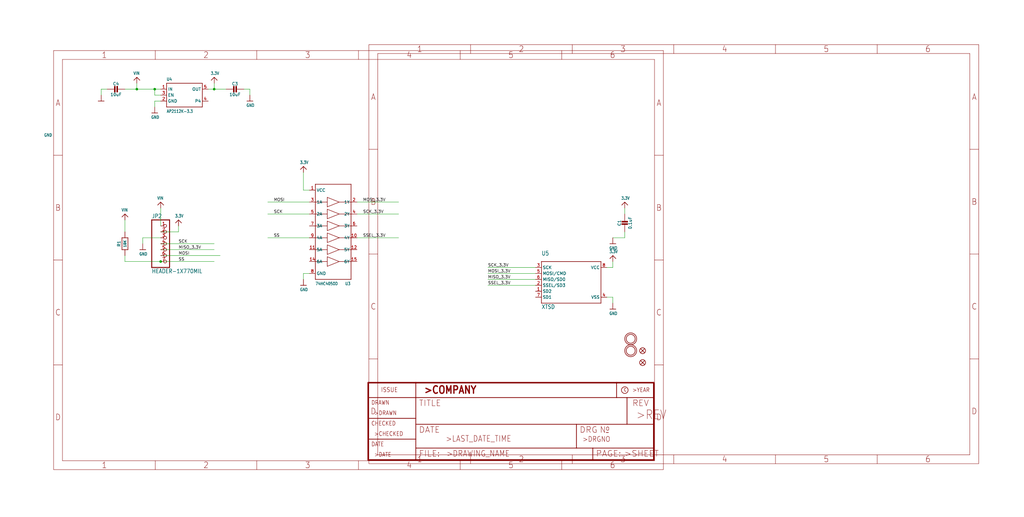
<source format=kicad_sch>
(kicad_sch (version 20211123) (generator eeschema)

  (uuid c58960d9-4cac-4036-ad2e-1aef26946dae)

  (paper "User" 437.134 220.853)

  (lib_symbols
    (symbol "Adafruit SPI Flash SD Card-eagle-import:3.3V" (power) (in_bom yes) (on_board yes)
      (property "Reference" "" (id 0) (at 0 0 0)
        (effects (font (size 1.27 1.27)) hide)
      )
      (property "Value" "3.3V" (id 1) (at -1.524 1.016 0)
        (effects (font (size 1.27 1.0795)) (justify left bottom))
      )
      (property "Footprint" "Adafruit SPI Flash SD Card:" (id 2) (at 0 0 0)
        (effects (font (size 1.27 1.27)) hide)
      )
      (property "Datasheet" "" (id 3) (at 0 0 0)
        (effects (font (size 1.27 1.27)) hide)
      )
      (property "ki_locked" "" (id 4) (at 0 0 0)
        (effects (font (size 1.27 1.27)))
      )
      (symbol "3.3V_1_0"
        (polyline
          (pts
            (xy -1.27 -1.27)
            (xy 0 0)
          )
          (stroke (width 0.254) (type default) (color 0 0 0 0))
          (fill (type none))
        )
        (polyline
          (pts
            (xy 0 0)
            (xy 1.27 -1.27)
          )
          (stroke (width 0.254) (type default) (color 0 0 0 0))
          (fill (type none))
        )
        (pin power_in line (at 0 -2.54 90) (length 2.54)
          (name "3.3V" (effects (font (size 0 0))))
          (number "1" (effects (font (size 0 0))))
        )
      )
    )
    (symbol "Adafruit SPI Flash SD Card-eagle-import:74HC4050DTSSOP" (in_bom yes) (on_board yes)
      (property "Reference" "U" (id 0) (at -7.62 22.86 0)
        (effects (font (size 1.27 1.0795)) (justify left bottom))
      )
      (property "Value" "74HC4050DTSSOP" (id 1) (at -7.62 -22.86 0)
        (effects (font (size 1.27 1.0795)) (justify left bottom))
      )
      (property "Footprint" "Adafruit SPI Flash SD Card:TSSOP16" (id 2) (at 0 0 0)
        (effects (font (size 1.27 1.27)) hide)
      )
      (property "Datasheet" "" (id 3) (at 0 0 0)
        (effects (font (size 1.27 1.27)) hide)
      )
      (property "ki_locked" "" (id 4) (at 0 0 0)
        (effects (font (size 1.27 1.27)))
      )
      (symbol "74HC4050DTSSOP_1_0"
        (polyline
          (pts
            (xy -7.62 -20.32)
            (xy -7.62 20.32)
          )
          (stroke (width 0.254) (type default) (color 0 0 0 0))
          (fill (type none))
        )
        (polyline
          (pts
            (xy -7.62 -12.7)
            (xy -2.54 -12.7)
          )
          (stroke (width 0.2032) (type default) (color 0 0 0 0))
          (fill (type none))
        )
        (polyline
          (pts
            (xy -7.62 -7.62)
            (xy -2.54 -7.62)
          )
          (stroke (width 0.2032) (type default) (color 0 0 0 0))
          (fill (type none))
        )
        (polyline
          (pts
            (xy -7.62 -2.54)
            (xy -2.54 -2.54)
          )
          (stroke (width 0.2032) (type default) (color 0 0 0 0))
          (fill (type none))
        )
        (polyline
          (pts
            (xy -7.62 2.54)
            (xy -2.54 2.54)
          )
          (stroke (width 0.2032) (type default) (color 0 0 0 0))
          (fill (type none))
        )
        (polyline
          (pts
            (xy -7.62 7.62)
            (xy -2.54 7.62)
          )
          (stroke (width 0.2032) (type default) (color 0 0 0 0))
          (fill (type none))
        )
        (polyline
          (pts
            (xy -7.62 12.7)
            (xy -2.54 12.7)
          )
          (stroke (width 0.2032) (type default) (color 0 0 0 0))
          (fill (type none))
        )
        (polyline
          (pts
            (xy -7.62 20.32)
            (xy 7.62 20.32)
          )
          (stroke (width 0.254) (type default) (color 0 0 0 0))
          (fill (type none))
        )
        (polyline
          (pts
            (xy -2.54 -14.732)
            (xy -2.54 -12.7)
          )
          (stroke (width 0.2032) (type default) (color 0 0 0 0))
          (fill (type none))
        )
        (polyline
          (pts
            (xy -2.54 -14.732)
            (xy 2.54 -12.7)
          )
          (stroke (width 0.2032) (type default) (color 0 0 0 0))
          (fill (type none))
        )
        (polyline
          (pts
            (xy -2.54 -12.7)
            (xy -2.54 -10.668)
          )
          (stroke (width 0.2032) (type default) (color 0 0 0 0))
          (fill (type none))
        )
        (polyline
          (pts
            (xy -2.54 -9.652)
            (xy -2.54 -7.62)
          )
          (stroke (width 0.2032) (type default) (color 0 0 0 0))
          (fill (type none))
        )
        (polyline
          (pts
            (xy -2.54 -9.652)
            (xy 2.54 -7.62)
          )
          (stroke (width 0.2032) (type default) (color 0 0 0 0))
          (fill (type none))
        )
        (polyline
          (pts
            (xy -2.54 -7.62)
            (xy -2.54 -5.588)
          )
          (stroke (width 0.2032) (type default) (color 0 0 0 0))
          (fill (type none))
        )
        (polyline
          (pts
            (xy -2.54 -4.572)
            (xy -2.54 -2.54)
          )
          (stroke (width 0.2032) (type default) (color 0 0 0 0))
          (fill (type none))
        )
        (polyline
          (pts
            (xy -2.54 -4.572)
            (xy 2.54 -2.54)
          )
          (stroke (width 0.2032) (type default) (color 0 0 0 0))
          (fill (type none))
        )
        (polyline
          (pts
            (xy -2.54 -2.54)
            (xy -2.54 -0.508)
          )
          (stroke (width 0.2032) (type default) (color 0 0 0 0))
          (fill (type none))
        )
        (polyline
          (pts
            (xy -2.54 0.508)
            (xy -2.54 2.54)
          )
          (stroke (width 0.2032) (type default) (color 0 0 0 0))
          (fill (type none))
        )
        (polyline
          (pts
            (xy -2.54 0.508)
            (xy 2.54 2.54)
          )
          (stroke (width 0.2032) (type default) (color 0 0 0 0))
          (fill (type none))
        )
        (polyline
          (pts
            (xy -2.54 2.54)
            (xy -2.54 4.572)
          )
          (stroke (width 0.2032) (type default) (color 0 0 0 0))
          (fill (type none))
        )
        (polyline
          (pts
            (xy -2.54 5.588)
            (xy -2.54 7.62)
          )
          (stroke (width 0.2032) (type default) (color 0 0 0 0))
          (fill (type none))
        )
        (polyline
          (pts
            (xy -2.54 5.588)
            (xy 2.54 7.62)
          )
          (stroke (width 0.2032) (type default) (color 0 0 0 0))
          (fill (type none))
        )
        (polyline
          (pts
            (xy -2.54 7.62)
            (xy -2.54 9.652)
          )
          (stroke (width 0.2032) (type default) (color 0 0 0 0))
          (fill (type none))
        )
        (polyline
          (pts
            (xy -2.54 10.668)
            (xy -2.54 12.7)
          )
          (stroke (width 0.2032) (type default) (color 0 0 0 0))
          (fill (type none))
        )
        (polyline
          (pts
            (xy -2.54 10.668)
            (xy 2.54 12.7)
          )
          (stroke (width 0.2032) (type default) (color 0 0 0 0))
          (fill (type none))
        )
        (polyline
          (pts
            (xy -2.54 12.7)
            (xy -2.54 14.732)
          )
          (stroke (width 0.2032) (type default) (color 0 0 0 0))
          (fill (type none))
        )
        (polyline
          (pts
            (xy 2.54 -12.7)
            (xy -2.54 -10.668)
          )
          (stroke (width 0.2032) (type default) (color 0 0 0 0))
          (fill (type none))
        )
        (polyline
          (pts
            (xy 2.54 -12.7)
            (xy 7.62 -12.7)
          )
          (stroke (width 0.2032) (type default) (color 0 0 0 0))
          (fill (type none))
        )
        (polyline
          (pts
            (xy 2.54 -7.62)
            (xy -2.54 -5.588)
          )
          (stroke (width 0.2032) (type default) (color 0 0 0 0))
          (fill (type none))
        )
        (polyline
          (pts
            (xy 2.54 -7.62)
            (xy 7.62 -7.62)
          )
          (stroke (width 0.2032) (type default) (color 0 0 0 0))
          (fill (type none))
        )
        (polyline
          (pts
            (xy 2.54 -2.54)
            (xy -2.54 -0.508)
          )
          (stroke (width 0.2032) (type default) (color 0 0 0 0))
          (fill (type none))
        )
        (polyline
          (pts
            (xy 2.54 -2.54)
            (xy 7.62 -2.54)
          )
          (stroke (width 0.2032) (type default) (color 0 0 0 0))
          (fill (type none))
        )
        (polyline
          (pts
            (xy 2.54 2.54)
            (xy -2.54 4.572)
          )
          (stroke (width 0.2032) (type default) (color 0 0 0 0))
          (fill (type none))
        )
        (polyline
          (pts
            (xy 2.54 2.54)
            (xy 7.62 2.54)
          )
          (stroke (width 0.2032) (type default) (color 0 0 0 0))
          (fill (type none))
        )
        (polyline
          (pts
            (xy 2.54 7.62)
            (xy -2.54 9.652)
          )
          (stroke (width 0.2032) (type default) (color 0 0 0 0))
          (fill (type none))
        )
        (polyline
          (pts
            (xy 2.54 7.62)
            (xy 7.62 7.62)
          )
          (stroke (width 0.2032) (type default) (color 0 0 0 0))
          (fill (type none))
        )
        (polyline
          (pts
            (xy 2.54 12.7)
            (xy -2.54 14.732)
          )
          (stroke (width 0.2032) (type default) (color 0 0 0 0))
          (fill (type none))
        )
        (polyline
          (pts
            (xy 2.54 12.7)
            (xy 7.62 12.7)
          )
          (stroke (width 0.2032) (type default) (color 0 0 0 0))
          (fill (type none))
        )
        (polyline
          (pts
            (xy 7.62 -20.32)
            (xy -7.62 -20.32)
          )
          (stroke (width 0.254) (type default) (color 0 0 0 0))
          (fill (type none))
        )
        (polyline
          (pts
            (xy 7.62 12.7)
            (xy 7.62 -20.32)
          )
          (stroke (width 0.254) (type default) (color 0 0 0 0))
          (fill (type none))
        )
        (polyline
          (pts
            (xy 7.62 20.32)
            (xy 7.62 12.7)
          )
          (stroke (width 0.254) (type default) (color 0 0 0 0))
          (fill (type none))
        )
        (pin bidirectional line (at -10.16 17.78 0) (length 2.54)
          (name "VCC" (effects (font (size 1.27 1.27))))
          (number "1" (effects (font (size 1.27 1.27))))
        )
        (pin bidirectional line (at 10.16 -2.54 180) (length 2.54)
          (name "4Y" (effects (font (size 1.27 1.27))))
          (number "10" (effects (font (size 1.27 1.27))))
        )
        (pin bidirectional line (at -10.16 -7.62 0) (length 2.54)
          (name "5A" (effects (font (size 1.27 1.27))))
          (number "11" (effects (font (size 1.27 1.27))))
        )
        (pin bidirectional line (at 10.16 -7.62 180) (length 2.54)
          (name "5Y" (effects (font (size 1.27 1.27))))
          (number "12" (effects (font (size 1.27 1.27))))
        )
        (pin bidirectional line (at -10.16 -12.7 0) (length 2.54)
          (name "6A" (effects (font (size 1.27 1.27))))
          (number "14" (effects (font (size 1.27 1.27))))
        )
        (pin bidirectional line (at 10.16 -12.7 180) (length 2.54)
          (name "6Y" (effects (font (size 1.27 1.27))))
          (number "15" (effects (font (size 1.27 1.27))))
        )
        (pin bidirectional line (at 10.16 12.7 180) (length 2.54)
          (name "1Y" (effects (font (size 1.27 1.27))))
          (number "2" (effects (font (size 1.27 1.27))))
        )
        (pin bidirectional line (at -10.16 12.7 0) (length 2.54)
          (name "1A" (effects (font (size 1.27 1.27))))
          (number "3" (effects (font (size 1.27 1.27))))
        )
        (pin bidirectional line (at 10.16 7.62 180) (length 2.54)
          (name "2Y" (effects (font (size 1.27 1.27))))
          (number "4" (effects (font (size 1.27 1.27))))
        )
        (pin bidirectional line (at -10.16 7.62 0) (length 2.54)
          (name "2A" (effects (font (size 1.27 1.27))))
          (number "5" (effects (font (size 1.27 1.27))))
        )
        (pin bidirectional line (at 10.16 2.54 180) (length 2.54)
          (name "3Y" (effects (font (size 1.27 1.27))))
          (number "6" (effects (font (size 1.27 1.27))))
        )
        (pin bidirectional line (at -10.16 2.54 0) (length 2.54)
          (name "3A" (effects (font (size 1.27 1.27))))
          (number "7" (effects (font (size 1.27 1.27))))
        )
        (pin bidirectional line (at -10.16 -17.78 0) (length 2.54)
          (name "GND" (effects (font (size 1.27 1.27))))
          (number "8" (effects (font (size 1.27 1.27))))
        )
        (pin bidirectional line (at -10.16 -2.54 0) (length 2.54)
          (name "4A" (effects (font (size 1.27 1.27))))
          (number "9" (effects (font (size 1.27 1.27))))
        )
      )
    )
    (symbol "Adafruit SPI Flash SD Card-eagle-import:CAP_CERAMIC0603_NO" (in_bom yes) (on_board yes)
      (property "Reference" "C" (id 0) (at -2.29 1.25 90)
        (effects (font (size 1.27 1.27)))
      )
      (property "Value" "CAP_CERAMIC0603_NO" (id 1) (at 2.3 1.25 90)
        (effects (font (size 1.27 1.27)))
      )
      (property "Footprint" "Adafruit SPI Flash SD Card:0603-NO" (id 2) (at 0 0 0)
        (effects (font (size 1.27 1.27)) hide)
      )
      (property "Datasheet" "" (id 3) (at 0 0 0)
        (effects (font (size 1.27 1.27)) hide)
      )
      (property "ki_locked" "" (id 4) (at 0 0 0)
        (effects (font (size 1.27 1.27)))
      )
      (symbol "CAP_CERAMIC0603_NO_1_0"
        (rectangle (start -1.27 0.508) (end 1.27 1.016)
          (stroke (width 0) (type default) (color 0 0 0 0))
          (fill (type outline))
        )
        (rectangle (start -1.27 1.524) (end 1.27 2.032)
          (stroke (width 0) (type default) (color 0 0 0 0))
          (fill (type outline))
        )
        (polyline
          (pts
            (xy 0 0.762)
            (xy 0 0)
          )
          (stroke (width 0.1524) (type default) (color 0 0 0 0))
          (fill (type none))
        )
        (polyline
          (pts
            (xy 0 2.54)
            (xy 0 1.778)
          )
          (stroke (width 0.1524) (type default) (color 0 0 0 0))
          (fill (type none))
        )
        (pin passive line (at 0 5.08 270) (length 2.54)
          (name "1" (effects (font (size 0 0))))
          (number "1" (effects (font (size 0 0))))
        )
        (pin passive line (at 0 -2.54 90) (length 2.54)
          (name "2" (effects (font (size 0 0))))
          (number "2" (effects (font (size 0 0))))
        )
      )
    )
    (symbol "Adafruit SPI Flash SD Card-eagle-import:CAP_CERAMIC0805-NOOUTLINE" (in_bom yes) (on_board yes)
      (property "Reference" "C" (id 0) (at -2.29 1.25 90)
        (effects (font (size 1.27 1.27)))
      )
      (property "Value" "CAP_CERAMIC0805-NOOUTLINE" (id 1) (at 2.3 1.25 90)
        (effects (font (size 1.27 1.27)))
      )
      (property "Footprint" "Adafruit SPI Flash SD Card:0805-NO" (id 2) (at 0 0 0)
        (effects (font (size 1.27 1.27)) hide)
      )
      (property "Datasheet" "" (id 3) (at 0 0 0)
        (effects (font (size 1.27 1.27)) hide)
      )
      (property "ki_locked" "" (id 4) (at 0 0 0)
        (effects (font (size 1.27 1.27)))
      )
      (symbol "CAP_CERAMIC0805-NOOUTLINE_1_0"
        (rectangle (start -1.27 0.508) (end 1.27 1.016)
          (stroke (width 0) (type default) (color 0 0 0 0))
          (fill (type outline))
        )
        (rectangle (start -1.27 1.524) (end 1.27 2.032)
          (stroke (width 0) (type default) (color 0 0 0 0))
          (fill (type outline))
        )
        (polyline
          (pts
            (xy 0 0.762)
            (xy 0 0)
          )
          (stroke (width 0.1524) (type default) (color 0 0 0 0))
          (fill (type none))
        )
        (polyline
          (pts
            (xy 0 2.54)
            (xy 0 1.778)
          )
          (stroke (width 0.1524) (type default) (color 0 0 0 0))
          (fill (type none))
        )
        (pin passive line (at 0 5.08 270) (length 2.54)
          (name "1" (effects (font (size 0 0))))
          (number "1" (effects (font (size 0 0))))
        )
        (pin passive line (at 0 -2.54 90) (length 2.54)
          (name "2" (effects (font (size 0 0))))
          (number "2" (effects (font (size 0 0))))
        )
      )
    )
    (symbol "Adafruit SPI Flash SD Card-eagle-import:FIDUCIAL_1MM" (in_bom yes) (on_board yes)
      (property "Reference" "FID" (id 0) (at 0 0 0)
        (effects (font (size 1.27 1.27)) hide)
      )
      (property "Value" "FIDUCIAL_1MM" (id 1) (at 0 0 0)
        (effects (font (size 1.27 1.27)) hide)
      )
      (property "Footprint" "Adafruit SPI Flash SD Card:FIDUCIAL_1MM" (id 2) (at 0 0 0)
        (effects (font (size 1.27 1.27)) hide)
      )
      (property "Datasheet" "" (id 3) (at 0 0 0)
        (effects (font (size 1.27 1.27)) hide)
      )
      (property "ki_locked" "" (id 4) (at 0 0 0)
        (effects (font (size 1.27 1.27)))
      )
      (symbol "FIDUCIAL_1MM_1_0"
        (polyline
          (pts
            (xy -0.762 0.762)
            (xy 0.762 -0.762)
          )
          (stroke (width 0.254) (type default) (color 0 0 0 0))
          (fill (type none))
        )
        (polyline
          (pts
            (xy 0.762 0.762)
            (xy -0.762 -0.762)
          )
          (stroke (width 0.254) (type default) (color 0 0 0 0))
          (fill (type none))
        )
        (circle (center 0 0) (radius 1.27)
          (stroke (width 0.254) (type default) (color 0 0 0 0))
          (fill (type none))
        )
      )
    )
    (symbol "Adafruit SPI Flash SD Card-eagle-import:FRAME_A4" (in_bom yes) (on_board yes)
      (property "Reference" "#FRAME" (id 0) (at 0 0 0)
        (effects (font (size 1.27 1.27)) hide)
      )
      (property "Value" "FRAME_A4" (id 1) (at 0 0 0)
        (effects (font (size 1.27 1.27)) hide)
      )
      (property "Footprint" "Adafruit SPI Flash SD Card:" (id 2) (at 0 0 0)
        (effects (font (size 1.27 1.27)) hide)
      )
      (property "Datasheet" "" (id 3) (at 0 0 0)
        (effects (font (size 1.27 1.27)) hide)
      )
      (property "ki_locked" "" (id 4) (at 0 0 0)
        (effects (font (size 1.27 1.27)))
      )
      (symbol "FRAME_A4_0_0"
        (polyline
          (pts
            (xy 0 44.7675)
            (xy 3.81 44.7675)
          )
          (stroke (width 0) (type default) (color 0 0 0 0))
          (fill (type none))
        )
        (polyline
          (pts
            (xy 0 89.535)
            (xy 3.81 89.535)
          )
          (stroke (width 0) (type default) (color 0 0 0 0))
          (fill (type none))
        )
        (polyline
          (pts
            (xy 0 134.3025)
            (xy 3.81 134.3025)
          )
          (stroke (width 0) (type default) (color 0 0 0 0))
          (fill (type none))
        )
        (polyline
          (pts
            (xy 3.81 3.81)
            (xy 3.81 175.26)
          )
          (stroke (width 0) (type default) (color 0 0 0 0))
          (fill (type none))
        )
        (polyline
          (pts
            (xy 43.3917 0)
            (xy 43.3917 3.81)
          )
          (stroke (width 0) (type default) (color 0 0 0 0))
          (fill (type none))
        )
        (polyline
          (pts
            (xy 43.3917 175.26)
            (xy 43.3917 179.07)
          )
          (stroke (width 0) (type default) (color 0 0 0 0))
          (fill (type none))
        )
        (polyline
          (pts
            (xy 86.7833 0)
            (xy 86.7833 3.81)
          )
          (stroke (width 0) (type default) (color 0 0 0 0))
          (fill (type none))
        )
        (polyline
          (pts
            (xy 86.7833 175.26)
            (xy 86.7833 179.07)
          )
          (stroke (width 0) (type default) (color 0 0 0 0))
          (fill (type none))
        )
        (polyline
          (pts
            (xy 130.175 0)
            (xy 130.175 3.81)
          )
          (stroke (width 0) (type default) (color 0 0 0 0))
          (fill (type none))
        )
        (polyline
          (pts
            (xy 130.175 175.26)
            (xy 130.175 179.07)
          )
          (stroke (width 0) (type default) (color 0 0 0 0))
          (fill (type none))
        )
        (polyline
          (pts
            (xy 173.5667 0)
            (xy 173.5667 3.81)
          )
          (stroke (width 0) (type default) (color 0 0 0 0))
          (fill (type none))
        )
        (polyline
          (pts
            (xy 173.5667 175.26)
            (xy 173.5667 179.07)
          )
          (stroke (width 0) (type default) (color 0 0 0 0))
          (fill (type none))
        )
        (polyline
          (pts
            (xy 216.9583 0)
            (xy 216.9583 3.81)
          )
          (stroke (width 0) (type default) (color 0 0 0 0))
          (fill (type none))
        )
        (polyline
          (pts
            (xy 216.9583 175.26)
            (xy 216.9583 179.07)
          )
          (stroke (width 0) (type default) (color 0 0 0 0))
          (fill (type none))
        )
        (polyline
          (pts
            (xy 256.54 3.81)
            (xy 3.81 3.81)
          )
          (stroke (width 0) (type default) (color 0 0 0 0))
          (fill (type none))
        )
        (polyline
          (pts
            (xy 256.54 3.81)
            (xy 256.54 175.26)
          )
          (stroke (width 0) (type default) (color 0 0 0 0))
          (fill (type none))
        )
        (polyline
          (pts
            (xy 256.54 44.7675)
            (xy 260.35 44.7675)
          )
          (stroke (width 0) (type default) (color 0 0 0 0))
          (fill (type none))
        )
        (polyline
          (pts
            (xy 256.54 89.535)
            (xy 260.35 89.535)
          )
          (stroke (width 0) (type default) (color 0 0 0 0))
          (fill (type none))
        )
        (polyline
          (pts
            (xy 256.54 134.3025)
            (xy 260.35 134.3025)
          )
          (stroke (width 0) (type default) (color 0 0 0 0))
          (fill (type none))
        )
        (polyline
          (pts
            (xy 256.54 175.26)
            (xy 3.81 175.26)
          )
          (stroke (width 0) (type default) (color 0 0 0 0))
          (fill (type none))
        )
        (polyline
          (pts
            (xy 0 0)
            (xy 260.35 0)
            (xy 260.35 179.07)
            (xy 0 179.07)
            (xy 0 0)
          )
          (stroke (width 0) (type default) (color 0 0 0 0))
          (fill (type none))
        )
        (text "1" (at 21.6958 1.905 0)
          (effects (font (size 2.54 2.286)))
        )
        (text "1" (at 21.6958 177.165 0)
          (effects (font (size 2.54 2.286)))
        )
        (text "2" (at 65.0875 1.905 0)
          (effects (font (size 2.54 2.286)))
        )
        (text "2" (at 65.0875 177.165 0)
          (effects (font (size 2.54 2.286)))
        )
        (text "3" (at 108.4792 1.905 0)
          (effects (font (size 2.54 2.286)))
        )
        (text "3" (at 108.4792 177.165 0)
          (effects (font (size 2.54 2.286)))
        )
        (text "4" (at 151.8708 1.905 0)
          (effects (font (size 2.54 2.286)))
        )
        (text "4" (at 151.8708 177.165 0)
          (effects (font (size 2.54 2.286)))
        )
        (text "5" (at 195.2625 1.905 0)
          (effects (font (size 2.54 2.286)))
        )
        (text "5" (at 195.2625 177.165 0)
          (effects (font (size 2.54 2.286)))
        )
        (text "6" (at 238.6542 1.905 0)
          (effects (font (size 2.54 2.286)))
        )
        (text "6" (at 238.6542 177.165 0)
          (effects (font (size 2.54 2.286)))
        )
        (text "A" (at 1.905 156.6863 0)
          (effects (font (size 2.54 2.286)))
        )
        (text "A" (at 258.445 156.6863 0)
          (effects (font (size 2.54 2.286)))
        )
        (text "B" (at 1.905 111.9188 0)
          (effects (font (size 2.54 2.286)))
        )
        (text "B" (at 258.445 111.9188 0)
          (effects (font (size 2.54 2.286)))
        )
        (text "C" (at 1.905 67.1513 0)
          (effects (font (size 2.54 2.286)))
        )
        (text "C" (at 258.445 67.1513 0)
          (effects (font (size 2.54 2.286)))
        )
        (text "D" (at 1.905 22.3838 0)
          (effects (font (size 2.54 2.286)))
        )
        (text "D" (at 258.445 22.3838 0)
          (effects (font (size 2.54 2.286)))
        )
      )
      (symbol "FRAME_A4_1_0"
        (polyline
          (pts
            (xy 256.54 3.81)
            (xy 256.54 8.89)
          )
          (stroke (width 0.1016) (type default) (color 0 0 0 0))
          (fill (type none))
        )
        (polyline
          (pts
            (xy 256.54 8.89)
            (xy 256.54 13.97)
          )
          (stroke (width 0.1016) (type default) (color 0 0 0 0))
          (fill (type none))
        )
        (polyline
          (pts
            (xy 256.54 13.97)
            (xy 256.54 19.05)
          )
          (stroke (width 0.1016) (type default) (color 0 0 0 0))
          (fill (type none))
        )
        (polyline
          (pts
            (xy 256.54 19.05)
            (xy 256.54 36.83)
          )
          (stroke (width 0.1016) (type default) (color 0 0 0 0))
          (fill (type none))
        )
      )
      (symbol "FRAME_A4_2_0"
        (polyline
          (pts
            (xy -0.3048 1.5748)
            (xy 20.0152 1.5748)
          )
          (stroke (width 0.6096) (type default) (color 0 0 0 0))
          (fill (type none))
        )
        (polyline
          (pts
            (xy -0.3048 10.4648)
            (xy -0.3048 1.5748)
          )
          (stroke (width 0.6096) (type default) (color 0 0 0 0))
          (fill (type none))
        )
        (polyline
          (pts
            (xy -0.3048 10.4648)
            (xy 20.0152 10.4648)
          )
          (stroke (width 0.3048) (type default) (color 0 0 0 0))
          (fill (type none))
        )
        (polyline
          (pts
            (xy -0.3048 19.3548)
            (xy -0.3048 10.4648)
          )
          (stroke (width 0.6096) (type default) (color 0 0 0 0))
          (fill (type none))
        )
        (polyline
          (pts
            (xy -0.3048 19.3548)
            (xy 20.0152 19.3548)
          )
          (stroke (width 0.3048) (type default) (color 0 0 0 0))
          (fill (type none))
        )
        (polyline
          (pts
            (xy -0.3048 28.2448)
            (xy -0.3048 19.3548)
          )
          (stroke (width 0.6096) (type default) (color 0 0 0 0))
          (fill (type none))
        )
        (polyline
          (pts
            (xy -0.3048 28.2448)
            (xy 20.0152 28.2448)
          )
          (stroke (width 0.3048) (type default) (color 0 0 0 0))
          (fill (type none))
        )
        (polyline
          (pts
            (xy -0.3048 34.5948)
            (xy -0.3048 28.2448)
          )
          (stroke (width 0.6096) (type default) (color 0 0 0 0))
          (fill (type none))
        )
        (polyline
          (pts
            (xy 20.0152 1.5748)
            (xy 20.0152 6.6548)
          )
          (stroke (width 0.3048) (type default) (color 0 0 0 0))
          (fill (type none))
        )
        (polyline
          (pts
            (xy 20.0152 1.5748)
            (xy 95.5802 1.5748)
          )
          (stroke (width 0.6096) (type default) (color 0 0 0 0))
          (fill (type none))
        )
        (polyline
          (pts
            (xy 20.0152 6.6548)
            (xy 20.0152 10.4648)
          )
          (stroke (width 0.3048) (type default) (color 0 0 0 0))
          (fill (type none))
        )
        (polyline
          (pts
            (xy 20.0152 6.6548)
            (xy 88.5952 6.6548)
          )
          (stroke (width 0.3048) (type default) (color 0 0 0 0))
          (fill (type none))
        )
        (polyline
          (pts
            (xy 20.0152 10.4648)
            (xy 20.0152 16.8148)
          )
          (stroke (width 0.3048) (type default) (color 0 0 0 0))
          (fill (type none))
        )
        (polyline
          (pts
            (xy 20.0152 16.8148)
            (xy 20.0152 19.3548)
          )
          (stroke (width 0.3048) (type default) (color 0 0 0 0))
          (fill (type none))
        )
        (polyline
          (pts
            (xy 20.0152 19.3548)
            (xy 20.0152 28.2448)
          )
          (stroke (width 0.3048) (type default) (color 0 0 0 0))
          (fill (type none))
        )
        (polyline
          (pts
            (xy 20.0152 28.2448)
            (xy 20.0152 34.5948)
          )
          (stroke (width 0.3048) (type default) (color 0 0 0 0))
          (fill (type none))
        )
        (polyline
          (pts
            (xy 20.0152 28.2448)
            (xy 105.7402 28.2448)
          )
          (stroke (width 0.3048) (type default) (color 0 0 0 0))
          (fill (type none))
        )
        (polyline
          (pts
            (xy 20.0152 34.5948)
            (xy -0.3048 34.5948)
          )
          (stroke (width 0.6096) (type default) (color 0 0 0 0))
          (fill (type none))
        )
        (polyline
          (pts
            (xy 88.5952 6.6548)
            (xy 95.5802 6.6548)
          )
          (stroke (width 0.3048) (type default) (color 0 0 0 0))
          (fill (type none))
        )
        (polyline
          (pts
            (xy 88.5952 16.8148)
            (xy 20.0152 16.8148)
          )
          (stroke (width 0.3048) (type default) (color 0 0 0 0))
          (fill (type none))
        )
        (polyline
          (pts
            (xy 88.5952 16.8148)
            (xy 88.5952 6.6548)
          )
          (stroke (width 0.3048) (type default) (color 0 0 0 0))
          (fill (type none))
        )
        (polyline
          (pts
            (xy 95.5802 1.5748)
            (xy 121.6152 1.5748)
          )
          (stroke (width 0.6096) (type default) (color 0 0 0 0))
          (fill (type none))
        )
        (polyline
          (pts
            (xy 95.5802 6.6548)
            (xy 95.5802 1.5748)
          )
          (stroke (width 0.3048) (type default) (color 0 0 0 0))
          (fill (type none))
        )
        (polyline
          (pts
            (xy 95.5802 6.6548)
            (xy 121.6152 6.6548)
          )
          (stroke (width 0.3048) (type default) (color 0 0 0 0))
          (fill (type none))
        )
        (polyline
          (pts
            (xy 101.2952 13.3223)
            (xy 102.2477 13.3223)
          )
          (stroke (width 0.254) (type default) (color 0 0 0 0))
          (fill (type none))
        )
        (polyline
          (pts
            (xy 105.7402 28.2448)
            (xy 105.7402 34.5948)
          )
          (stroke (width 0.3048) (type default) (color 0 0 0 0))
          (fill (type none))
        )
        (polyline
          (pts
            (xy 105.7402 28.2448)
            (xy 110.1852 28.2448)
          )
          (stroke (width 0.3048) (type default) (color 0 0 0 0))
          (fill (type none))
        )
        (polyline
          (pts
            (xy 105.7402 34.5948)
            (xy 20.0152 34.5948)
          )
          (stroke (width 0.6096) (type default) (color 0 0 0 0))
          (fill (type none))
        )
        (polyline
          (pts
            (xy 110.1852 16.8148)
            (xy 88.5952 16.8148)
          )
          (stroke (width 0.3048) (type default) (color 0 0 0 0))
          (fill (type none))
        )
        (polyline
          (pts
            (xy 110.1852 28.2448)
            (xy 110.1852 16.8148)
          )
          (stroke (width 0.3048) (type default) (color 0 0 0 0))
          (fill (type none))
        )
        (polyline
          (pts
            (xy 110.1852 28.2448)
            (xy 121.6152 28.2448)
          )
          (stroke (width 0.3048) (type default) (color 0 0 0 0))
          (fill (type none))
        )
        (polyline
          (pts
            (xy 121.6152 6.6548)
            (xy 121.6152 1.5748)
          )
          (stroke (width 0.6096) (type default) (color 0 0 0 0))
          (fill (type none))
        )
        (polyline
          (pts
            (xy 121.6152 16.8148)
            (xy 110.1852 16.8148)
          )
          (stroke (width 0.3048) (type default) (color 0 0 0 0))
          (fill (type none))
        )
        (polyline
          (pts
            (xy 121.6152 16.8148)
            (xy 121.6152 6.6548)
          )
          (stroke (width 0.6096) (type default) (color 0 0 0 0))
          (fill (type none))
        )
        (polyline
          (pts
            (xy 121.6152 28.2448)
            (xy 121.6152 16.8148)
          )
          (stroke (width 0.6096) (type default) (color 0 0 0 0))
          (fill (type none))
        )
        (polyline
          (pts
            (xy 121.6152 34.5948)
            (xy 105.7402 34.5948)
          )
          (stroke (width 0.6096) (type default) (color 0 0 0 0))
          (fill (type none))
        )
        (polyline
          (pts
            (xy 121.6152 34.5948)
            (xy 121.6152 28.2448)
          )
          (stroke (width 0.6096) (type default) (color 0 0 0 0))
          (fill (type none))
        )
        (circle (center 109.2327 31.4198) (radius 1.4199)
          (stroke (width 0.254) (type default) (color 0 0 0 0))
          (fill (type none))
        )
        (text ">CHECKED" (at 2.2352 11.7348 0)
          (effects (font (size 1.778 1.5113)) (justify left bottom))
        )
        (text ">COMPANY" (at 23.349 29.6735 0)
          (effects (font (size 3.175 2.6987) (thickness 0.5397) bold) (justify left bottom))
        )
        (text ">DATE" (at 2.2352 2.8448 0)
          (effects (font (size 1.778 1.5113)) (justify left bottom))
        )
        (text ">DRAWING_NAME" (at 33.0327 2.8448 0)
          (effects (font (size 2.54 2.159)) (justify left bottom))
        )
        (text ">DRAWN" (at 2.2352 20.6248 0)
          (effects (font (size 1.778 1.5113)) (justify left bottom))
        )
        (text ">DRGNO" (at 91.1352 9.1948 0)
          (effects (font (size 2.1844 1.8567)) (justify left bottom))
        )
        (text ">LAST_DATE_TIME" (at 32.7152 9.1948 0)
          (effects (font (size 2.54 2.159)) (justify left bottom))
        )
        (text ">REV" (at 113.9952 18.7198 0)
          (effects (font (size 3.81 3.2385)) (justify left bottom))
        )
        (text ">SHEET" (at 108.9152 2.8448 0)
          (effects (font (size 2.54 2.54)) (justify left bottom))
        )
        (text ">YEAR" (at 112.4077 30.4673 0)
          (effects (font (size 1.778 1.5113)) (justify left bottom))
        )
        (text "C" (at 108.7564 30.7848 0)
          (effects (font (size 1.27 1.0795)) (justify left bottom))
        )
        (text "CHECKED" (at 0.9652 16.1798 0)
          (effects (font (size 1.778 1.5113)) (justify left bottom))
        )
        (text "DATE" (at 0.9652 7.2898 0)
          (effects (font (size 1.778 1.5113)) (justify left bottom))
        )
        (text "DATE" (at 21.2852 13.0048 0)
          (effects (font (size 2.54 2.54)) (justify left bottom))
        )
        (text "DRAWN" (at 0.9652 25.0698 0)
          (effects (font (size 1.778 1.5113)) (justify left bottom))
        )
        (text "DRG" (at 89.8652 13.0048 0)
          (effects (font (size 2.54 2.54)) (justify left bottom))
        )
        (text "FILE:" (at 21.2852 2.8448 0)
          (effects (font (size 2.54 2.54)) (justify left bottom))
        )
        (text "ISSUE" (at 5.0927 30.4673 0)
          (effects (font (size 1.9304 1.6408)) (justify left bottom))
        )
        (text "N" (at 98.4377 13.0048 0)
          (effects (font (size 2.54 2.54)) (justify left bottom))
        )
        (text "o" (at 100.9777 13.9573 0)
          (effects (font (size 2.1844 1.8567)) (justify left bottom))
        )
        (text "PAGE:" (at 96.8502 2.8448 0)
          (effects (font (size 2.54 2.54)) (justify left bottom))
        )
        (text "REV" (at 112.4077 24.4348 0)
          (effects (font (size 2.54 2.54)) (justify left bottom))
        )
        (text "TITLE" (at 21.2852 24.4348 0)
          (effects (font (size 2.54 2.54)) (justify left bottom))
        )
      )
    )
    (symbol "Adafruit SPI Flash SD Card-eagle-import:GND" (power) (in_bom yes) (on_board yes)
      (property "Reference" "" (id 0) (at 0 0 0)
        (effects (font (size 1.27 1.27)) hide)
      )
      (property "Value" "GND" (id 1) (at -1.524 -2.54 0)
        (effects (font (size 1.27 1.0795)) (justify left bottom))
      )
      (property "Footprint" "Adafruit SPI Flash SD Card:" (id 2) (at 0 0 0)
        (effects (font (size 1.27 1.27)) hide)
      )
      (property "Datasheet" "" (id 3) (at 0 0 0)
        (effects (font (size 1.27 1.27)) hide)
      )
      (property "ki_locked" "" (id 4) (at 0 0 0)
        (effects (font (size 1.27 1.27)))
      )
      (symbol "GND_1_0"
        (polyline
          (pts
            (xy -1.27 0)
            (xy 1.27 0)
          )
          (stroke (width 0.254) (type default) (color 0 0 0 0))
          (fill (type none))
        )
        (pin power_in line (at 0 2.54 270) (length 2.54)
          (name "GND" (effects (font (size 0 0))))
          (number "1" (effects (font (size 0 0))))
        )
      )
    )
    (symbol "Adafruit SPI Flash SD Card-eagle-import:HEADER-1X770MIL" (in_bom yes) (on_board yes)
      (property "Reference" "JP" (id 0) (at -6.35 10.795 0)
        (effects (font (size 1.778 1.5113)) (justify left bottom))
      )
      (property "Value" "HEADER-1X770MIL" (id 1) (at -6.35 -12.7 0)
        (effects (font (size 1.778 1.5113)) (justify left bottom))
      )
      (property "Footprint" "Adafruit SPI Flash SD Card:1X07_ROUND_70" (id 2) (at 0 0 0)
        (effects (font (size 1.27 1.27)) hide)
      )
      (property "Datasheet" "" (id 3) (at 0 0 0)
        (effects (font (size 1.27 1.27)) hide)
      )
      (property "ki_locked" "" (id 4) (at 0 0 0)
        (effects (font (size 1.27 1.27)))
      )
      (symbol "HEADER-1X770MIL_1_0"
        (polyline
          (pts
            (xy -6.35 -10.16)
            (xy 1.27 -10.16)
          )
          (stroke (width 0.4064) (type default) (color 0 0 0 0))
          (fill (type none))
        )
        (polyline
          (pts
            (xy -6.35 10.16)
            (xy -6.35 -10.16)
          )
          (stroke (width 0.4064) (type default) (color 0 0 0 0))
          (fill (type none))
        )
        (polyline
          (pts
            (xy 1.27 -10.16)
            (xy 1.27 10.16)
          )
          (stroke (width 0.4064) (type default) (color 0 0 0 0))
          (fill (type none))
        )
        (polyline
          (pts
            (xy 1.27 10.16)
            (xy -6.35 10.16)
          )
          (stroke (width 0.4064) (type default) (color 0 0 0 0))
          (fill (type none))
        )
        (pin passive inverted (at -2.54 7.62 0) (length 2.54)
          (name "1" (effects (font (size 0 0))))
          (number "1" (effects (font (size 1.27 1.27))))
        )
        (pin passive inverted (at -2.54 5.08 0) (length 2.54)
          (name "2" (effects (font (size 0 0))))
          (number "2" (effects (font (size 1.27 1.27))))
        )
        (pin passive inverted (at -2.54 2.54 0) (length 2.54)
          (name "3" (effects (font (size 0 0))))
          (number "3" (effects (font (size 1.27 1.27))))
        )
        (pin passive inverted (at -2.54 0 0) (length 2.54)
          (name "4" (effects (font (size 0 0))))
          (number "4" (effects (font (size 1.27 1.27))))
        )
        (pin passive inverted (at -2.54 -2.54 0) (length 2.54)
          (name "5" (effects (font (size 0 0))))
          (number "5" (effects (font (size 1.27 1.27))))
        )
        (pin passive inverted (at -2.54 -5.08 0) (length 2.54)
          (name "6" (effects (font (size 0 0))))
          (number "6" (effects (font (size 1.27 1.27))))
        )
        (pin passive inverted (at -2.54 -7.62 0) (length 2.54)
          (name "7" (effects (font (size 0 0))))
          (number "7" (effects (font (size 1.27 1.27))))
        )
      )
    )
    (symbol "Adafruit SPI Flash SD Card-eagle-import:MOUNTINGHOLE2.5" (in_bom yes) (on_board yes)
      (property "Reference" "" (id 0) (at 0 0 0)
        (effects (font (size 1.27 1.27)) hide)
      )
      (property "Value" "MOUNTINGHOLE2.5" (id 1) (at 0 0 0)
        (effects (font (size 1.27 1.27)) hide)
      )
      (property "Footprint" "Adafruit SPI Flash SD Card:MOUNTINGHOLE_2.5_PLATED" (id 2) (at 0 0 0)
        (effects (font (size 1.27 1.27)) hide)
      )
      (property "Datasheet" "" (id 3) (at 0 0 0)
        (effects (font (size 1.27 1.27)) hide)
      )
      (property "ki_locked" "" (id 4) (at 0 0 0)
        (effects (font (size 1.27 1.27)))
      )
      (symbol "MOUNTINGHOLE2.5_1_0"
        (circle (center 0 0) (radius 1.905)
          (stroke (width 0.254) (type default) (color 0 0 0 0))
          (fill (type none))
        )
        (circle (center 0 0) (radius 2.54)
          (stroke (width 0.254) (type default) (color 0 0 0 0))
          (fill (type none))
        )
      )
    )
    (symbol "Adafruit SPI Flash SD Card-eagle-import:RESISTOR_0603_NOOUT" (in_bom yes) (on_board yes)
      (property "Reference" "R" (id 0) (at 0 2.54 0)
        (effects (font (size 1.27 1.27)))
      )
      (property "Value" "RESISTOR_0603_NOOUT" (id 1) (at 0 0 0)
        (effects (font (size 1.016 1.016) bold))
      )
      (property "Footprint" "Adafruit SPI Flash SD Card:0603-NO" (id 2) (at 0 0 0)
        (effects (font (size 1.27 1.27)) hide)
      )
      (property "Datasheet" "" (id 3) (at 0 0 0)
        (effects (font (size 1.27 1.27)) hide)
      )
      (property "ki_locked" "" (id 4) (at 0 0 0)
        (effects (font (size 1.27 1.27)))
      )
      (symbol "RESISTOR_0603_NOOUT_1_0"
        (polyline
          (pts
            (xy -2.54 -1.27)
            (xy -2.54 1.27)
          )
          (stroke (width 0.254) (type default) (color 0 0 0 0))
          (fill (type none))
        )
        (polyline
          (pts
            (xy -2.54 1.27)
            (xy 2.54 1.27)
          )
          (stroke (width 0.254) (type default) (color 0 0 0 0))
          (fill (type none))
        )
        (polyline
          (pts
            (xy 2.54 -1.27)
            (xy -2.54 -1.27)
          )
          (stroke (width 0.254) (type default) (color 0 0 0 0))
          (fill (type none))
        )
        (polyline
          (pts
            (xy 2.54 1.27)
            (xy 2.54 -1.27)
          )
          (stroke (width 0.254) (type default) (color 0 0 0 0))
          (fill (type none))
        )
        (pin passive line (at -5.08 0 0) (length 2.54)
          (name "1" (effects (font (size 0 0))))
          (number "1" (effects (font (size 0 0))))
        )
        (pin passive line (at 5.08 0 180) (length 2.54)
          (name "2" (effects (font (size 0 0))))
          (number "2" (effects (font (size 0 0))))
        )
      )
    )
    (symbol "Adafruit SPI Flash SD Card-eagle-import:SMT_SDCARD_8PIN" (in_bom yes) (on_board yes)
      (property "Reference" "U" (id 0) (at -12.7 12.7 0)
        (effects (font (size 1.778 1.5113)) (justify left bottom))
      )
      (property "Value" "SMT_SDCARD_8PIN" (id 1) (at -12.7 -10.16 0)
        (effects (font (size 1.778 1.5113)) (justify left bottom))
      )
      (property "Footprint" "Adafruit SPI Flash SD Card:LGA8_8X6" (id 2) (at 0 0 0)
        (effects (font (size 1.27 1.27)) hide)
      )
      (property "Datasheet" "" (id 3) (at 0 0 0)
        (effects (font (size 1.27 1.27)) hide)
      )
      (property "ki_locked" "" (id 4) (at 0 0 0)
        (effects (font (size 1.27 1.27)))
      )
      (symbol "SMT_SDCARD_8PIN_1_0"
        (polyline
          (pts
            (xy -12.7 -7.62)
            (xy -12.7 10.16)
          )
          (stroke (width 0.254) (type default) (color 0 0 0 0))
          (fill (type none))
        )
        (polyline
          (pts
            (xy -12.7 10.16)
            (xy 12.7 10.16)
          )
          (stroke (width 0.254) (type default) (color 0 0 0 0))
          (fill (type none))
        )
        (polyline
          (pts
            (xy 12.7 -7.62)
            (xy -12.7 -7.62)
          )
          (stroke (width 0.254) (type default) (color 0 0 0 0))
          (fill (type none))
        )
        (polyline
          (pts
            (xy 12.7 10.16)
            (xy 12.7 -7.62)
          )
          (stroke (width 0.254) (type default) (color 0 0 0 0))
          (fill (type none))
        )
        (pin bidirectional line (at -15.24 -2.54 0) (length 2.54)
          (name "SD2" (effects (font (size 1.27 1.27))))
          (number "1" (effects (font (size 1.27 1.27))))
        )
        (pin bidirectional line (at -15.24 0 0) (length 2.54)
          (name "SSEL/SD3" (effects (font (size 1.27 1.27))))
          (number "2" (effects (font (size 1.27 1.27))))
        )
        (pin input line (at -15.24 7.62 0) (length 2.54)
          (name "SCK" (effects (font (size 1.27 1.27))))
          (number "3" (effects (font (size 1.27 1.27))))
        )
        (pin power_in line (at 15.24 -5.08 180) (length 2.54)
          (name "VSS" (effects (font (size 1.27 1.27))))
          (number "4" (effects (font (size 1.27 1.27))))
        )
        (pin bidirectional line (at -15.24 5.08 0) (length 2.54)
          (name "MOSI/CMD" (effects (font (size 1.27 1.27))))
          (number "5" (effects (font (size 1.27 1.27))))
        )
        (pin bidirectional line (at -15.24 2.54 0) (length 2.54)
          (name "MISO/SD0" (effects (font (size 1.27 1.27))))
          (number "6" (effects (font (size 1.27 1.27))))
        )
        (pin bidirectional line (at -15.24 -5.08 0) (length 2.54)
          (name "SD1" (effects (font (size 1.27 1.27))))
          (number "7" (effects (font (size 1.27 1.27))))
        )
        (pin power_in line (at 15.24 7.62 180) (length 2.54)
          (name "VCC" (effects (font (size 1.27 1.27))))
          (number "8" (effects (font (size 1.27 1.27))))
        )
      )
    )
    (symbol "Adafruit SPI Flash SD Card-eagle-import:VIN" (power) (in_bom yes) (on_board yes)
      (property "Reference" "" (id 0) (at 0 0 0)
        (effects (font (size 1.27 1.27)) hide)
      )
      (property "Value" "VIN" (id 1) (at -1.524 1.016 0)
        (effects (font (size 1.27 1.0795)) (justify left bottom))
      )
      (property "Footprint" "Adafruit SPI Flash SD Card:" (id 2) (at 0 0 0)
        (effects (font (size 1.27 1.27)) hide)
      )
      (property "Datasheet" "" (id 3) (at 0 0 0)
        (effects (font (size 1.27 1.27)) hide)
      )
      (property "ki_locked" "" (id 4) (at 0 0 0)
        (effects (font (size 1.27 1.27)))
      )
      (symbol "VIN_1_0"
        (polyline
          (pts
            (xy -1.27 -1.27)
            (xy 0 0)
          )
          (stroke (width 0.254) (type default) (color 0 0 0 0))
          (fill (type none))
        )
        (polyline
          (pts
            (xy 0 0)
            (xy 1.27 -1.27)
          )
          (stroke (width 0.254) (type default) (color 0 0 0 0))
          (fill (type none))
        )
        (pin power_in line (at 0 -2.54 90) (length 2.54)
          (name "VIN" (effects (font (size 0 0))))
          (number "1" (effects (font (size 0 0))))
        )
      )
    )
    (symbol "Adafruit SPI Flash SD Card-eagle-import:VREG_SOT23-5" (in_bom yes) (on_board yes)
      (property "Reference" "U" (id 0) (at -7.62 6.096 0)
        (effects (font (size 1.27 1.0795)) (justify left bottom))
      )
      (property "Value" "VREG_SOT23-5" (id 1) (at -7.62 -7.62 0)
        (effects (font (size 1.27 1.0795)) (justify left bottom))
      )
      (property "Footprint" "Adafruit SPI Flash SD Card:SOT23-5" (id 2) (at 0 0 0)
        (effects (font (size 1.27 1.27)) hide)
      )
      (property "Datasheet" "" (id 3) (at 0 0 0)
        (effects (font (size 1.27 1.27)) hide)
      )
      (property "ki_locked" "" (id 4) (at 0 0 0)
        (effects (font (size 1.27 1.27)))
      )
      (symbol "VREG_SOT23-5_1_0"
        (polyline
          (pts
            (xy -7.62 -5.08)
            (xy -7.62 5.08)
          )
          (stroke (width 0.254) (type default) (color 0 0 0 0))
          (fill (type none))
        )
        (polyline
          (pts
            (xy -7.62 5.08)
            (xy 7.62 5.08)
          )
          (stroke (width 0.254) (type default) (color 0 0 0 0))
          (fill (type none))
        )
        (polyline
          (pts
            (xy 7.62 -5.08)
            (xy -7.62 -5.08)
          )
          (stroke (width 0.254) (type default) (color 0 0 0 0))
          (fill (type none))
        )
        (polyline
          (pts
            (xy 7.62 5.08)
            (xy 7.62 -5.08)
          )
          (stroke (width 0.254) (type default) (color 0 0 0 0))
          (fill (type none))
        )
        (pin power_in line (at -10.16 2.54 0) (length 2.54)
          (name "IN" (effects (font (size 1.27 1.27))))
          (number "1" (effects (font (size 1.27 1.27))))
        )
        (pin power_in line (at -10.16 -2.54 0) (length 2.54)
          (name "GND" (effects (font (size 1.27 1.27))))
          (number "2" (effects (font (size 1.27 1.27))))
        )
        (pin input line (at -10.16 0 0) (length 2.54)
          (name "EN" (effects (font (size 1.27 1.27))))
          (number "3" (effects (font (size 1.27 1.27))))
        )
        (pin bidirectional line (at 10.16 -2.54 180) (length 2.54)
          (name "P4" (effects (font (size 1.27 1.27))))
          (number "4" (effects (font (size 1.27 1.27))))
        )
        (pin power_in line (at 10.16 2.54 180) (length 2.54)
          (name "OUT" (effects (font (size 1.27 1.27))))
          (number "5" (effects (font (size 1.27 1.27))))
        )
      )
    )
  )

  (junction (at 68.58 111.76) (diameter 0) (color 0 0 0 0)
    (uuid 5c986000-fc83-4495-a50f-9f4b94e485bc)
  )
  (junction (at 58.42 38.1) (diameter 0) (color 0 0 0 0)
    (uuid 60fc0348-15d2-462c-9b87-dbb507b8717b)
  )
  (junction (at 91.44 38.1) (diameter 0) (color 0 0 0 0)
    (uuid 92ee3d85-c13e-4120-ad64-bd390adf040c)
  )
  (junction (at 66.04 38.1) (diameter 0) (color 0 0 0 0)
    (uuid 9efb25aa-d11e-4d2f-96a9-326a2f75dcc1)
  )

  (wire (pts (xy 228.6 116.84) (xy 208.28 116.84))
    (stroke (width 0) (type default) (color 0 0 0 0))
    (uuid 01c54577-6862-4ca7-bb55-524c2e995aee)
  )
  (wire (pts (xy 68.58 43.18) (xy 66.04 43.18))
    (stroke (width 0) (type default) (color 0 0 0 0))
    (uuid 0774b60f-e343-428b-9125-3ca983239ad5)
  )
  (wire (pts (xy 129.54 116.84) (xy 129.54 119.38))
    (stroke (width 0) (type default) (color 0 0 0 0))
    (uuid 0844b132-5386-469c-86ff-d527c8a00608)
  )
  (wire (pts (xy 68.58 111.76) (xy 91.44 111.76))
    (stroke (width 0) (type default) (color 0 0 0 0))
    (uuid 12c9f3e1-9431-42f8-b6f8-fb6fd35fc1cb)
  )
  (wire (pts (xy 106.68 38.1) (xy 106.68 40.64))
    (stroke (width 0) (type default) (color 0 0 0 0))
    (uuid 2276bf47-b441-4aa2-ba22-8213875ce0ee)
  )
  (wire (pts (xy 261.62 114.3) (xy 261.62 111.76))
    (stroke (width 0) (type default) (color 0 0 0 0))
    (uuid 26edc121-4167-44e5-9aaf-65f4ac255233)
  )
  (wire (pts (xy 68.58 101.6) (xy 60.96 101.6))
    (stroke (width 0) (type default) (color 0 0 0 0))
    (uuid 2af1d271-3c6a-476d-8eba-6b2aab466da3)
  )
  (wire (pts (xy 228.6 121.92) (xy 208.28 121.92))
    (stroke (width 0) (type default) (color 0 0 0 0))
    (uuid 338b7824-6fa7-42ef-b79a-c6dc90689f4e)
  )
  (wire (pts (xy 259.08 114.3) (xy 261.62 114.3))
    (stroke (width 0) (type default) (color 0 0 0 0))
    (uuid 35e13391-5257-46f3-93a5-87ffd4e862a4)
  )
  (wire (pts (xy 132.08 91.44) (xy 114.3 91.44))
    (stroke (width 0) (type default) (color 0 0 0 0))
    (uuid 45fc93ca-f8ba-48a8-9189-1c9886475cd3)
  )
  (wire (pts (xy 104.14 38.1) (xy 106.68 38.1))
    (stroke (width 0) (type default) (color 0 0 0 0))
    (uuid 4d7ffc75-3dd8-46f7-86f3-405d41c4571a)
  )
  (wire (pts (xy 66.04 40.64) (xy 66.04 38.1))
    (stroke (width 0) (type default) (color 0 0 0 0))
    (uuid 5125c4d9-cf5c-4fe5-9dc8-c939e40fcd6f)
  )
  (wire (pts (xy 129.54 81.28) (xy 129.54 73.66))
    (stroke (width 0) (type default) (color 0 0 0 0))
    (uuid 52820a90-7869-43b3-b870-39c015371964)
  )
  (wire (pts (xy 68.58 40.64) (xy 66.04 40.64))
    (stroke (width 0) (type default) (color 0 0 0 0))
    (uuid 58728297-c362-4c70-a751-4d60ffa81b1a)
  )
  (wire (pts (xy 58.42 38.1) (xy 53.34 38.1))
    (stroke (width 0) (type default) (color 0 0 0 0))
    (uuid 5f7505cc-53a6-463b-b397-33ff845b1ac0)
  )
  (wire (pts (xy 132.08 116.84) (xy 129.54 116.84))
    (stroke (width 0) (type default) (color 0 0 0 0))
    (uuid 6b847b8a-c935-4366-8f7b-7cdbe96384da)
  )
  (wire (pts (xy 68.58 104.14) (xy 91.44 104.14))
    (stroke (width 0) (type default) (color 0 0 0 0))
    (uuid 6fb8126a-bcf3-40a3-924c-e2fbe8dba36a)
  )
  (wire (pts (xy 132.08 101.6) (xy 114.3 101.6))
    (stroke (width 0) (type default) (color 0 0 0 0))
    (uuid 7184670c-7656-49ee-9a6f-5771dc120d69)
  )
  (wire (pts (xy 228.6 114.3) (xy 208.28 114.3))
    (stroke (width 0) (type default) (color 0 0 0 0))
    (uuid 77cfe682-cc36-4979-823b-05ea5f187ba7)
  )
  (wire (pts (xy 68.58 106.68) (xy 91.44 106.68))
    (stroke (width 0) (type default) (color 0 0 0 0))
    (uuid 7984c59d-64f6-424c-8273-5bab21ab292d)
  )
  (wire (pts (xy 66.04 38.1) (xy 58.42 38.1))
    (stroke (width 0) (type default) (color 0 0 0 0))
    (uuid 7b58219a-a31d-4ba4-804a-77c6d706d8bc)
  )
  (wire (pts (xy 53.34 99.06) (xy 53.34 93.98))
    (stroke (width 0) (type default) (color 0 0 0 0))
    (uuid 7f9c0307-e84d-4f8a-93be-34fc4b3feb89)
  )
  (wire (pts (xy 68.58 109.22) (xy 93.98 109.22))
    (stroke (width 0) (type default) (color 0 0 0 0))
    (uuid 802bd717-75a4-4efc-bdc3-ab512c6bce65)
  )
  (wire (pts (xy 261.62 127) (xy 261.62 129.54))
    (stroke (width 0) (type default) (color 0 0 0 0))
    (uuid 825065db-dc11-43e9-aa2e-59e6b2cd21f3)
  )
  (wire (pts (xy 228.6 119.38) (xy 208.28 119.38))
    (stroke (width 0) (type default) (color 0 0 0 0))
    (uuid 874dbaf8-adf6-4f01-81a0-e037bac53346)
  )
  (wire (pts (xy 76.2 99.06) (xy 76.2 96.52))
    (stroke (width 0) (type default) (color 0 0 0 0))
    (uuid 8a3381a5-19d1-47f5-85b0-cf20b0f3bb61)
  )
  (wire (pts (xy 91.44 38.1) (xy 91.44 35.56))
    (stroke (width 0) (type default) (color 0 0 0 0))
    (uuid 8e981540-9cda-414d-abbb-d34e005f000e)
  )
  (wire (pts (xy 152.4 86.36) (xy 170.18 86.36))
    (stroke (width 0) (type default) (color 0 0 0 0))
    (uuid 9812a82a-67c8-4c7e-8eb9-2d5188d40486)
  )
  (wire (pts (xy 66.04 43.18) (xy 66.04 45.72))
    (stroke (width 0) (type default) (color 0 0 0 0))
    (uuid 9924c304-97d1-4655-9ab8-854a335a84c2)
  )
  (wire (pts (xy 132.08 81.28) (xy 129.54 81.28))
    (stroke (width 0) (type default) (color 0 0 0 0))
    (uuid 9c5b8388-0c5b-43a4-a3f4-d7cd72b89084)
  )
  (wire (pts (xy 152.4 101.6) (xy 170.18 101.6))
    (stroke (width 0) (type default) (color 0 0 0 0))
    (uuid 9d4bb085-5413-4cad-9765-4f916ffbe612)
  )
  (wire (pts (xy 68.58 111.76) (xy 53.34 111.76))
    (stroke (width 0) (type default) (color 0 0 0 0))
    (uuid 9fbabfd5-5316-4dcb-8d99-3c53b9c69880)
  )
  (wire (pts (xy 266.7 88.9) (xy 266.7 91.44))
    (stroke (width 0) (type default) (color 0 0 0 0))
    (uuid a06bd114-6488-4d22-b31a-c3a8f70a2574)
  )
  (wire (pts (xy 152.4 91.44) (xy 170.18 91.44))
    (stroke (width 0) (type default) (color 0 0 0 0))
    (uuid a5dfaf18-d33f-45c4-b76f-2a5051ec9118)
  )
  (wire (pts (xy 60.96 101.6) (xy 60.96 104.14))
    (stroke (width 0) (type default) (color 0 0 0 0))
    (uuid b2691466-e53b-4f43-806f-abeb762713f6)
  )
  (wire (pts (xy 43.18 38.1) (xy 43.18 40.64))
    (stroke (width 0) (type default) (color 0 0 0 0))
    (uuid b3dbf4ad-71cb-48f5-9655-41b47deeea78)
  )
  (wire (pts (xy 68.58 38.1) (xy 66.04 38.1))
    (stroke (width 0) (type default) (color 0 0 0 0))
    (uuid b4eddc61-2cab-493a-b874-62b106cef9f4)
  )
  (wire (pts (xy 261.62 101.6) (xy 266.7 101.6))
    (stroke (width 0) (type default) (color 0 0 0 0))
    (uuid b7844cf9-69d3-4f7a-977a-bfc30d5d4c82)
  )
  (wire (pts (xy 88.9 38.1) (xy 91.44 38.1))
    (stroke (width 0) (type default) (color 0 0 0 0))
    (uuid b8eb5c02-d344-4431-a592-0e7ad9f9a78f)
  )
  (wire (pts (xy 132.08 86.36) (xy 114.3 86.36))
    (stroke (width 0) (type default) (color 0 0 0 0))
    (uuid bb7f3caf-4343-4dcb-b7b2-5479c850c4a2)
  )
  (wire (pts (xy 68.58 99.06) (xy 76.2 99.06))
    (stroke (width 0) (type default) (color 0 0 0 0))
    (uuid c96fb61f-984b-4e24-874e-ad2f1e86f9d7)
  )
  (wire (pts (xy 58.42 38.1) (xy 58.42 35.56))
    (stroke (width 0) (type default) (color 0 0 0 0))
    (uuid cc93ecb4-fd7b-48b7-868d-89f294f07c27)
  )
  (wire (pts (xy 68.58 88.9) (xy 68.58 96.52))
    (stroke (width 0) (type default) (color 0 0 0 0))
    (uuid db97118a-0872-4a5d-aaa5-b35f9498f22a)
  )
  (wire (pts (xy 91.44 38.1) (xy 96.52 38.1))
    (stroke (width 0) (type default) (color 0 0 0 0))
    (uuid e7f989f7-95da-4be3-9e33-743523ae1ee0)
  )
  (wire (pts (xy 45.72 38.1) (xy 43.18 38.1))
    (stroke (width 0) (type default) (color 0 0 0 0))
    (uuid eaab2e59-ff73-4d74-b3d3-7e7c2515083f)
  )
  (wire (pts (xy 259.08 127) (xy 261.62 127))
    (stroke (width 0) (type default) (color 0 0 0 0))
    (uuid ee6e4a23-bb7c-4f28-ab56-3ba1b79e1c04)
  )
  (wire (pts (xy 266.7 101.6) (xy 266.7 99.06))
    (stroke (width 0) (type default) (color 0 0 0 0))
    (uuid ef11623e-ea9c-4a76-a028-9fae209a45f2)
  )
  (wire (pts (xy 53.34 111.76) (xy 53.34 109.22))
    (stroke (width 0) (type default) (color 0 0 0 0))
    (uuid f89b1d5e-28c8-498c-b199-7acbd8607540)
  )

  (label "SSEL_3.3V" (at 154.94 101.6 0)
    (effects (font (size 1.2446 1.2446)) (justify left bottom))
    (uuid 059f4155-bed3-4fb2-9baa-d569f31b7e5d)
  )
  (label "MOSI_3.3V" (at 154.94 86.36 0)
    (effects (font (size 1.2446 1.2446)) (justify left bottom))
    (uuid 09741e1c-c412-4f50-b5b7-03d5820a1bad)
  )
  (label "SS" (at 116.84 101.6 0)
    (effects (font (size 1.2446 1.2446)) (justify left bottom))
    (uuid 325f33ca-3e2f-400b-a27c-dce9977a2780)
  )
  (label "MISO_3.3V" (at 76.2 106.68 0)
    (effects (font (size 1.2446 1.2446)) (justify left bottom))
    (uuid 3d0a8609-a059-4734-b988-da00f509164d)
  )
  (label "SSEL_3.3V" (at 208.28 121.92 0)
    (effects (font (size 1.2446 1.2446)) (justify left bottom))
    (uuid 5a63aa46-8c18-43d5-8def-1c886562be17)
  )
  (label "MOSI" (at 76.2 109.22 0)
    (effects (font (size 1.2446 1.2446)) (justify left bottom))
    (uuid 88ea0fe3-17bb-45bf-bf71-4da88c965186)
  )
  (label "SCK_3.3V" (at 208.28 114.3 0)
    (effects (font (size 1.2446 1.2446)) (justify left bottom))
    (uuid 88fb8817-4ee2-4465-a9af-37fedc8b835b)
  )
  (label "MOSI_3.3V" (at 208.28 116.84 0)
    (effects (font (size 1.2446 1.2446)) (justify left bottom))
    (uuid 8b9c1722-a1fd-4391-b4b4-854b2cc1549f)
  )
  (label "SCK" (at 76.2 104.14 0)
    (effects (font (size 1.2446 1.2446)) (justify left bottom))
    (uuid b400c80e-5312-495d-b0d5-8365ed4de032)
  )
  (label "SCK" (at 116.84 91.44 0)
    (effects (font (size 1.2446 1.2446)) (justify left bottom))
    (uuid c9863f4f-bdf5-49f4-b18e-dce622ff9931)
  )
  (label "SS" (at 76.2 111.76 0)
    (effects (font (size 1.2446 1.2446)) (justify left bottom))
    (uuid ce4b6c19-1441-4e43-8af4-a7f34dfbb538)
  )
  (label "MOSI" (at 116.84 86.36 0)
    (effects (font (size 1.2446 1.2446)) (justify left bottom))
    (uuid d8932824-bdfc-4009-a7d0-6ff32efa7e1a)
  )
  (label "MISO_3.3V" (at 208.28 119.38 0)
    (effects (font (size 1.2446 1.2446)) (justify left bottom))
    (uuid ee80c1b4-78a3-4713-a7cd-fc09dd9d2b28)
  )
  (label "SCK_3.3V" (at 154.94 91.44 0)
    (effects (font (size 1.2446 1.2446)) (justify left bottom))
    (uuid f9570ec9-4338-4208-aee7-369a45a284f8)
  )

  (symbol (lib_id "Adafruit SPI Flash SD Card-eagle-import:GND") (at 60.96 106.68 0) (unit 1)
    (in_bom yes) (on_board yes)
    (uuid 086ab04d-4086-427c-992f-819b91a9021d)
    (property "Reference" "#U$5" (id 0) (at 60.96 106.68 0)
      (effects (font (size 1.27 1.27)) hide)
    )
    (property "Value" "GND" (id 1) (at 59.436 109.22 0)
      (effects (font (size 1.27 1.0795)) (justify left bottom))
    )
    (property "Footprint" "Adafruit SPI Flash SD Card:" (id 2) (at 60.96 106.68 0)
      (effects (font (size 1.27 1.27)) hide)
    )
    (property "Datasheet" "" (id 3) (at 60.96 106.68 0)
      (effects (font (size 1.27 1.27)) hide)
    )
    (pin "1" (uuid 172b515f-13aa-42a2-b6ac-db67c2e524e7))
  )

  (symbol (lib_id "Adafruit SPI Flash SD Card-eagle-import:VIN") (at 68.58 86.36 0) (unit 1)
    (in_bom yes) (on_board yes)
    (uuid 1cd85cce-d94a-4a92-8af2-23d3a2b66793)
    (property "Reference" "#U$15" (id 0) (at 68.58 86.36 0)
      (effects (font (size 1.27 1.27)) hide)
    )
    (property "Value" "VIN" (id 1) (at 67.056 85.344 0)
      (effects (font (size 1.27 1.0795)) (justify left bottom))
    )
    (property "Footprint" "Adafruit SPI Flash SD Card:" (id 2) (at 68.58 86.36 0)
      (effects (font (size 1.27 1.27)) hide)
    )
    (property "Datasheet" "" (id 3) (at 68.58 86.36 0)
      (effects (font (size 1.27 1.27)) hide)
    )
    (pin "1" (uuid 42688fc6-3e24-4a56-9963-828da46dcdfb))
  )

  (symbol (lib_id "Adafruit SPI Flash SD Card-eagle-import:GND") (at 261.62 132.08 0) (unit 1)
    (in_bom yes) (on_board yes)
    (uuid 2571f4c8-d7fc-4e8c-94df-f480e56bb717)
    (property "Reference" "#U$8" (id 0) (at 261.62 132.08 0)
      (effects (font (size 1.27 1.27)) hide)
    )
    (property "Value" "GND" (id 1) (at 260.096 134.62 0)
      (effects (font (size 1.27 1.0795)) (justify left bottom))
    )
    (property "Footprint" "Adafruit SPI Flash SD Card:" (id 2) (at 261.62 132.08 0)
      (effects (font (size 1.27 1.27)) hide)
    )
    (property "Datasheet" "" (id 3) (at 261.62 132.08 0)
      (effects (font (size 1.27 1.27)) hide)
    )
    (pin "1" (uuid e6235600-87cc-4c82-b15f-34fb66b9bf0e))
  )

  (symbol (lib_id "Adafruit SPI Flash SD Card-eagle-import:HEADER-1X770MIL") (at 71.12 104.14 0)
    (in_bom yes) (on_board yes)
    (uuid 29f4961c-cbd7-42a0-91e7-8ae77405e061)
    (property "Reference" "JP2" (id 0) (at 64.77 93.345 0)
      (effects (font (size 1.778 1.5113)) (justify left bottom))
    )
    (property "Value" "HEADER-1X770MIL" (id 1) (at 64.77 116.84 0)
      (effects (font (size 1.778 1.5113)) (justify left bottom))
    )
    (property "Footprint" "Adafruit SPI Flash SD Card:1X07_ROUND_70" (id 2) (at 71.12 104.14 0)
      (effects (font (size 1.27 1.27)) hide)
    )
    (property "Datasheet" "" (id 3) (at 71.12 104.14 0)
      (effects (font (size 1.27 1.27)) hide)
    )
    (pin "1" (uuid 69675058-6b96-42da-8df5-92aaf6930be8))
    (pin "2" (uuid a2306fdc-d8f4-42ce-83f7-03c3d3fe62be))
    (pin "3" (uuid 2fe436e0-75bf-42a2-b14a-09df5c2be702))
    (pin "4" (uuid f8fd3b2c-9550-4b51-be47-a8d9567c972f))
    (pin "5" (uuid 7195a7f5-2a0f-4cae-8649-2cc5cbdffe2b))
    (pin "6" (uuid 920101e0-4dde-4453-ba02-4211cb357ea2))
    (pin "7" (uuid a12c94a5-1fd0-4cb6-9bfe-f7529f451405))
  )

  (symbol (lib_id "Adafruit SPI Flash SD Card-eagle-import:3.3V") (at 91.44 33.02 0) (unit 1)
    (in_bom yes) (on_board yes)
    (uuid 3a568413-17bd-4a87-b1ac-928e77fa1b6a)
    (property "Reference" "#U$1" (id 0) (at 91.44 33.02 0)
      (effects (font (size 1.27 1.27)) hide)
    )
    (property "Value" "3.3V" (id 1) (at 89.916 32.004 0)
      (effects (font (size 1.27 1.0795)) (justify left bottom))
    )
    (property "Footprint" "Adafruit SPI Flash SD Card:" (id 2) (at 91.44 33.02 0)
      (effects (font (size 1.27 1.27)) hide)
    )
    (property "Datasheet" "" (id 3) (at 91.44 33.02 0)
      (effects (font (size 1.27 1.27)) hide)
    )
    (pin "1" (uuid 4266f6dc-b108-467a-bc4a-756158b1a271))
  )

  (symbol (lib_id "Adafruit SPI Flash SD Card-eagle-import:VIN") (at 58.42 33.02 0) (unit 1)
    (in_bom yes) (on_board yes)
    (uuid 3ba59656-e36e-4caa-8957-90ed8686b3d3)
    (property "Reference" "#U$2" (id 0) (at 58.42 33.02 0)
      (effects (font (size 1.27 1.27)) hide)
    )
    (property "Value" "VIN" (id 1) (at 56.896 32.004 0)
      (effects (font (size 1.27 1.0795)) (justify left bottom))
    )
    (property "Footprint" "Adafruit SPI Flash SD Card:" (id 2) (at 58.42 33.02 0)
      (effects (font (size 1.27 1.27)) hide)
    )
    (property "Datasheet" "" (id 3) (at 58.42 33.02 0)
      (effects (font (size 1.27 1.27)) hide)
    )
    (pin "1" (uuid 82782dc2-cb84-4d0c-b85e-b3903aca1e13))
  )

  (symbol (lib_id "Adafruit SPI Flash SD Card-eagle-import:FIDUCIAL_1MM") (at 274.32 149.86 0) (unit 1)
    (in_bom yes) (on_board yes)
    (uuid 4c38e5ef-0105-4756-a059-34a9c3247d1f)
    (property "Reference" "FID3" (id 0) (at 274.32 149.86 0)
      (effects (font (size 1.27 1.27)) hide)
    )
    (property "Value" "FIDUCIAL_1MM" (id 1) (at 274.32 149.86 0)
      (effects (font (size 1.27 1.27)) hide)
    )
    (property "Footprint" "Adafruit SPI Flash SD Card:FIDUCIAL_1MM" (id 2) (at 274.32 149.86 0)
      (effects (font (size 1.27 1.27)) hide)
    )
    (property "Datasheet" "" (id 3) (at 274.32 149.86 0)
      (effects (font (size 1.27 1.27)) hide)
    )
  )

  (symbol (lib_id "Adafruit SPI Flash SD Card-eagle-import:MOUNTINGHOLE2.5") (at 269.24 144.78 0) (unit 1)
    (in_bom yes) (on_board yes)
    (uuid 539dec9e-2c45-4201-ab13-cbbbab8fc31b)
    (property "Reference" "U$17" (id 0) (at 269.24 144.78 0)
      (effects (font (size 1.27 1.27)) hide)
    )
    (property "Value" "MOUNTINGHOLE2.5" (id 1) (at 269.24 144.78 0)
      (effects (font (size 1.27 1.27)) hide)
    )
    (property "Footprint" "Adafruit SPI Flash SD Card:MOUNTINGHOLE_2.5_PLATED" (id 2) (at 269.24 144.78 0)
      (effects (font (size 1.27 1.27)) hide)
    )
    (property "Datasheet" "" (id 3) (at 269.24 144.78 0)
      (effects (font (size 1.27 1.27)) hide)
    )
  )

  (symbol (lib_id "Adafruit SPI Flash SD Card-eagle-import:VREG_SOT23-5") (at 78.74 40.64 0)
    (in_bom yes) (on_board yes)
    (uuid 5b5611ee-3a4f-4573-978f-2e48db0ecaf5)
    (property "Reference" "U4" (id 0) (at 71.12 34.544 0)
      (effects (font (size 1.27 1.0795)) (justify left bottom))
    )
    (property "Value" "AP2112K-3.3" (id 1) (at 71.12 48.26 0)
      (effects (font (size 1.27 1.0795)) (justify left bottom))
    )
    (property "Footprint" "Adafruit SPI Flash SD Card:SOT23-5" (id 2) (at 78.74 40.64 0)
      (effects (font (size 1.27 1.27)) hide)
    )
    (property "Datasheet" "" (id 3) (at 78.74 40.64 0)
      (effects (font (size 1.27 1.27)) hide)
    )
    (pin "1" (uuid a67b97a6-51fd-4a32-8231-3fd10436b6ab))
    (pin "2" (uuid fc052ac4-77ec-4901-baf8-c95f94903836))
    (pin "3" (uuid c1d39a30-006e-4167-9c23-81a57fa0c1bb))
    (pin "4" (uuid e746ec00-0dfd-4bc7-b357-6b4860c148ef))
    (pin "5" (uuid 11547ba3-d459-4ced-9333-92979d5b86e1))
  )

  (symbol (lib_id "Adafruit SPI Flash SD Card-eagle-import:GND") (at 43.18 43.18 0) (unit 1)
    (in_bom yes) (on_board yes)
    (uuid 6428332e-b689-4aa8-86bb-3bee31b6f177)
    (property "Reference" "#U$11" (id 0) (at 43.18 43.18 0)
      (effects (font (size 1.27 1.27)) hide)
    )
    (property "Value" "GND" (id 1) (at 18.796 58.42 0)
      (effects (font (size 1.27 1.0795)) (justify left bottom))
    )
    (property "Footprint" "Adafruit SPI Flash SD Card:" (id 2) (at 43.18 43.18 0)
      (effects (font (size 1.27 1.27)) hide)
    )
    (property "Datasheet" "" (id 3) (at 43.18 43.18 0)
      (effects (font (size 1.27 1.27)) hide)
    )
    (pin "1" (uuid 1558a593-7554-4709-a27f-f70400a2199d))
  )

  (symbol (lib_id "Adafruit SPI Flash SD Card-eagle-import:GND") (at 106.68 43.18 0) (unit 1)
    (in_bom yes) (on_board yes)
    (uuid 7401f61b-dc36-4f5a-ba3e-b101a22bf1fc)
    (property "Reference" "#U$10" (id 0) (at 106.68 43.18 0)
      (effects (font (size 1.27 1.27)) hide)
    )
    (property "Value" "GND" (id 1) (at 105.156 45.72 0)
      (effects (font (size 1.27 1.0795)) (justify left bottom))
    )
    (property "Footprint" "Adafruit SPI Flash SD Card:" (id 2) (at 106.68 43.18 0)
      (effects (font (size 1.27 1.27)) hide)
    )
    (property "Datasheet" "" (id 3) (at 106.68 43.18 0)
      (effects (font (size 1.27 1.27)) hide)
    )
    (pin "1" (uuid 92419cc9-1070-47aa-876c-2cf8f5a03a47))
  )

  (symbol (lib_id "Adafruit SPI Flash SD Card-eagle-import:FIDUCIAL_1MM") (at 274.32 154.94 0) (unit 1)
    (in_bom yes) (on_board yes)
    (uuid 7c49dc93-96a1-4a8f-a667-a4ee5ad692a0)
    (property "Reference" "FID2" (id 0) (at 274.32 154.94 0)
      (effects (font (size 1.27 1.27)) hide)
    )
    (property "Value" "FIDUCIAL_1MM" (id 1) (at 274.32 154.94 0)
      (effects (font (size 1.27 1.27)) hide)
    )
    (property "Footprint" "Adafruit SPI Flash SD Card:FIDUCIAL_1MM" (id 2) (at 274.32 154.94 0)
      (effects (font (size 1.27 1.27)) hide)
    )
    (property "Datasheet" "" (id 3) (at 274.32 154.94 0)
      (effects (font (size 1.27 1.27)) hide)
    )
  )

  (symbol (lib_id "Adafruit SPI Flash SD Card-eagle-import:CAP_CERAMIC0805-NOOUTLINE") (at 48.26 38.1 270)
    (in_bom yes) (on_board yes)
    (uuid 7fd11519-eb9e-4413-8ca2-e43e38c699f6)
    (property "Reference" "C4" (id 0) (at 49.51 35.81 90))
    (property "Value" "10uF" (id 1) (at 49.51 40.4 90))
    (property "Footprint" "Adafruit SPI Flash SD Card:0805-NO" (id 2) (at 48.26 38.1 0)
      (effects (font (size 1.27 1.27)) hide)
    )
    (property "Datasheet" "" (id 3) (at 48.26 38.1 0)
      (effects (font (size 1.27 1.27)) hide)
    )
    (pin "1" (uuid 60a7dcc1-b459-4b69-be02-f48b66a815f0))
    (pin "2" (uuid fbca7d5b-4a19-4f46-9697-74b3068179aa))
  )

  (symbol (lib_id "Adafruit SPI Flash SD Card-eagle-import:3.3V") (at 266.7 86.36 0) (unit 1)
    (in_bom yes) (on_board yes)
    (uuid 867dcf96-6334-4832-b3d2-cf7aefc9cce8)
    (property "Reference" "#U$6" (id 0) (at 266.7 86.36 0)
      (effects (font (size 1.27 1.27)) hide)
    )
    (property "Value" "3.3V" (id 1) (at 265.176 85.344 0)
      (effects (font (size 1.27 1.0795)) (justify left bottom))
    )
    (property "Footprint" "Adafruit SPI Flash SD Card:" (id 2) (at 266.7 86.36 0)
      (effects (font (size 1.27 1.27)) hide)
    )
    (property "Datasheet" "" (id 3) (at 266.7 86.36 0)
      (effects (font (size 1.27 1.27)) hide)
    )
    (pin "1" (uuid 12721b60-b423-4830-af94-c68b76872f05))
  )

  (symbol (lib_id "Adafruit SPI Flash SD Card-eagle-import:74HC4050DTSSOP") (at 142.24 99.06 0)
    (in_bom yes) (on_board yes)
    (uuid 8ddee80f-a354-4a11-ae03-acb37cf50626)
    (property "Reference" "U3" (id 0) (at 147.32 121.92 0)
      (effects (font (size 1.27 1.0795)) (justify left bottom))
    )
    (property "Value" "74HC4050D" (id 1) (at 134.62 121.92 0)
      (effects (font (size 1.27 1.0795)) (justify left bottom))
    )
    (property "Footprint" "Adafruit SPI Flash SD Card:TSSOP16" (id 2) (at 142.24 99.06 0)
      (effects (font (size 1.27 1.27)) hide)
    )
    (property "Datasheet" "" (id 3) (at 142.24 99.06 0)
      (effects (font (size 1.27 1.27)) hide)
    )
    (pin "1" (uuid e8a49c58-e69f-4870-ab15-e73f66a8d02b))
    (pin "10" (uuid 9fa51663-d9ff-42d5-ab2b-c96b6768fc7a))
    (pin "11" (uuid f61adca3-c1e4-457e-8212-9dc978cabab5))
    (pin "12" (uuid d25a1e45-06d1-4c1c-9b3a-0fd8abd0bfed))
    (pin "14" (uuid e8558fbd-ea42-43a6-966a-7bd304bdfaad))
    (pin "15" (uuid ab26a42e-b7f6-4a80-b26c-c01085e448c7))
    (pin "2" (uuid 2fea3f9c-a97b-4a77-88f7-98b3d8a00622))
    (pin "3" (uuid 6dfa921c-8a4f-4fcf-a0e7-8718b6271ea9))
    (pin "4" (uuid 46a20b99-b616-4fa4-af79-eecf92b5c191))
    (pin "5" (uuid ee3188d0-94cf-4bcc-9f57-e516684fc142))
    (pin "6" (uuid df1435bb-8018-455d-9925-63e774164119))
    (pin "7" (uuid 6776c573-26e6-4a02-ab96-18129f258651))
    (pin "8" (uuid a067c43d-047d-48ca-a682-5bbb620e3988))
    (pin "9" (uuid 9ba85d0a-e58f-45a8-9d86-ad6c976003b7))
  )

  (symbol (lib_id "Adafruit SPI Flash SD Card-eagle-import:3.3V") (at 261.62 109.22 0) (unit 1)
    (in_bom yes) (on_board yes)
    (uuid 9f5c7a80-7220-432e-865b-d1468e8a8d4c)
    (property "Reference" "#U$7" (id 0) (at 261.62 109.22 0)
      (effects (font (size 1.27 1.27)) hide)
    )
    (property "Value" "3.3V" (id 1) (at 260.096 108.204 0)
      (effects (font (size 1.27 1.0795)) (justify left bottom))
    )
    (property "Footprint" "Adafruit SPI Flash SD Card:" (id 2) (at 261.62 109.22 0)
      (effects (font (size 1.27 1.27)) hide)
    )
    (property "Datasheet" "" (id 3) (at 261.62 109.22 0)
      (effects (font (size 1.27 1.27)) hide)
    )
    (pin "1" (uuid 9cab0c4e-2726-433f-a46f-c25156ae2489))
  )

  (symbol (lib_id "Adafruit SPI Flash SD Card-eagle-import:RESISTOR_0603_NOOUT") (at 53.34 104.14 90)
    (in_bom yes) (on_board yes)
    (uuid a2f96f4e-d95d-4c20-90ff-804397e6e6ba)
    (property "Reference" "R1" (id 0) (at 50.8 104.14 0))
    (property "Value" "10K" (id 1) (at 53.34 104.14 0)
      (effects (font (size 1.016 1.016) bold))
    )
    (property "Footprint" "Adafruit SPI Flash SD Card:0603-NO" (id 2) (at 53.34 104.14 0)
      (effects (font (size 1.27 1.27)) hide)
    )
    (property "Datasheet" "" (id 3) (at 53.34 104.14 0)
      (effects (font (size 1.27 1.27)) hide)
    )
    (pin "1" (uuid ca9607c0-16b8-4085-880e-b87c3f210fd1))
    (pin "2" (uuid fe578162-0e40-4028-9277-b80f8071e7b8))
  )

  (symbol (lib_id "Adafruit SPI Flash SD Card-eagle-import:VIN") (at 53.34 91.44 0) (unit 1)
    (in_bom yes) (on_board yes)
    (uuid a5c35670-98af-44c6-a3f4-bbad7ffecfd3)
    (property "Reference" "#U$14" (id 0) (at 53.34 91.44 0)
      (effects (font (size 1.27 1.27)) hide)
    )
    (property "Value" "VIN" (id 1) (at 51.816 90.424 0)
      (effects (font (size 1.27 1.0795)) (justify left bottom))
    )
    (property "Footprint" "Adafruit SPI Flash SD Card:" (id 2) (at 53.34 91.44 0)
      (effects (font (size 1.27 1.27)) hide)
    )
    (property "Datasheet" "" (id 3) (at 53.34 91.44 0)
      (effects (font (size 1.27 1.27)) hide)
    )
    (pin "1" (uuid 5968c877-7376-4e25-b8db-5e755d570d06))
  )

  (symbol (lib_id "Adafruit SPI Flash SD Card-eagle-import:CAP_CERAMIC0805-NOOUTLINE") (at 99.06 38.1 270)
    (in_bom yes) (on_board yes)
    (uuid a8470270-920a-4fed-9691-22526135f92c)
    (property "Reference" "C3" (id 0) (at 100.31 35.81 90))
    (property "Value" "10uF" (id 1) (at 100.31 40.4 90))
    (property "Footprint" "Adafruit SPI Flash SD Card:0805-NO" (id 2) (at 99.06 38.1 0)
      (effects (font (size 1.27 1.27)) hide)
    )
    (property "Datasheet" "" (id 3) (at 99.06 38.1 0)
      (effects (font (size 1.27 1.27)) hide)
    )
    (pin "1" (uuid 449cc181-df4b-4d3b-93ef-0653c2171fe8))
    (pin "2" (uuid eec347af-8fb3-4b2d-8e93-6e7176516f57))
  )

  (symbol (lib_id "Adafruit SPI Flash SD Card-eagle-import:3.3V") (at 76.2 93.98 0) (unit 1)
    (in_bom yes) (on_board yes)
    (uuid b7340f23-0eaa-48ae-aea8-b5b53a0ae99a)
    (property "Reference" "#U$18" (id 0) (at 76.2 93.98 0)
      (effects (font (size 1.27 1.27)) hide)
    )
    (property "Value" "3.3V" (id 1) (at 74.676 92.964 0)
      (effects (font (size 1.27 1.0795)) (justify left bottom))
    )
    (property "Footprint" "Adafruit SPI Flash SD Card:" (id 2) (at 76.2 93.98 0)
      (effects (font (size 1.27 1.27)) hide)
    )
    (property "Datasheet" "" (id 3) (at 76.2 93.98 0)
      (effects (font (size 1.27 1.27)) hide)
    )
    (pin "1" (uuid 5aa0e472-160b-49ac-864f-0fa7cd9cf9b0))
  )

  (symbol (lib_id "Adafruit SPI Flash SD Card-eagle-import:CAP_CERAMIC0603_NO") (at 266.7 96.52 0)
    (in_bom yes) (on_board yes)
    (uuid bf958b11-f26e-429d-9cb0-d1379a98f463)
    (property "Reference" "C1" (id 0) (at 264.41 95.27 90))
    (property "Value" "0.1uF" (id 1) (at 269 95.27 90))
    (property "Footprint" "Adafruit SPI Flash SD Card:0603-NO" (id 2) (at 266.7 96.52 0)
      (effects (font (size 1.27 1.27)) hide)
    )
    (property "Datasheet" "" (id 3) (at 266.7 96.52 0)
      (effects (font (size 1.27 1.27)) hide)
    )
    (pin "1" (uuid 419715bf-ffaa-4f14-ba39-b7cca3633324))
    (pin "2" (uuid f88265e8-a27a-4259-b3ad-7df91a571c60))
  )

  (symbol (lib_id "Adafruit SPI Flash SD Card-eagle-import:SMT_SDCARD_8PIN") (at 243.84 121.92 0)
    (in_bom yes) (on_board yes)
    (uuid c14f4f41-991c-47f8-ba74-4a4e89170acf)
    (property "Reference" "U5" (id 0) (at 231.14 109.22 0)
      (effects (font (size 1.778 1.5113)) (justify left bottom))
    )
    (property "Value" "XTSD" (id 1) (at 231.14 132.08 0)
      (effects (font (size 1.778 1.5113)) (justify left bottom))
    )
    (property "Footprint" "Adafruit SPI Flash SD Card:LGA8_8X6" (id 2) (at 243.84 121.92 0)
      (effects (font (size 1.27 1.27)) hide)
    )
    (property "Datasheet" "" (id 3) (at 243.84 121.92 0)
      (effects (font (size 1.27 1.27)) hide)
    )
    (pin "1" (uuid 8634edb8-50db-43d2-95bb-5918d2cd24cc))
    (pin "2" (uuid 6afdccaa-d9c7-4949-88e8-e04bfdac5efc))
    (pin "3" (uuid d2683b99-bb18-4d41-a0c5-df26e16e4210))
    (pin "4" (uuid f368b66f-c8a4-4ccf-b925-3f03c13bf28f))
    (pin "5" (uuid 7c3fa13a-5250-4394-8d82-80430597df04))
    (pin "6" (uuid 6024ea82-89e7-47fa-a1cd-0f37ee126f02))
    (pin "7" (uuid bca69a58-3f8f-4ac5-9ef0-70bfa6c247ee))
    (pin "8" (uuid f4f6e269-d484-4c43-84cc-450e042e2e24))
  )

  (symbol (lib_id "Adafruit SPI Flash SD Card-eagle-import:3.3V") (at 129.54 71.12 0) (unit 1)
    (in_bom yes) (on_board yes)
    (uuid c546008e-7661-419e-94b3-0bbb9fd14ec8)
    (property "Reference" "#U$20" (id 0) (at 129.54 71.12 0)
      (effects (font (size 1.27 1.27)) hide)
    )
    (property "Value" "3.3V" (id 1) (at 128.016 70.104 0)
      (effects (font (size 1.27 1.0795)) (justify left bottom))
    )
    (property "Footprint" "Adafruit SPI Flash SD Card:" (id 2) (at 129.54 71.12 0)
      (effects (font (size 1.27 1.27)) hide)
    )
    (property "Datasheet" "" (id 3) (at 129.54 71.12 0)
      (effects (font (size 1.27 1.27)) hide)
    )
    (pin "1" (uuid 9116f42f-8d27-4055-8fab-af8b6ed6959f))
  )

  (symbol (lib_id "Adafruit SPI Flash SD Card-eagle-import:MOUNTINGHOLE2.5") (at 269.24 149.86 0) (unit 1)
    (in_bom yes) (on_board yes)
    (uuid c66790a8-2c84-47da-b059-a728d9f51463)
    (property "Reference" "U$16" (id 0) (at 269.24 149.86 0)
      (effects (font (size 1.27 1.27)) hide)
    )
    (property "Value" "MOUNTINGHOLE2.5" (id 1) (at 269.24 149.86 0)
      (effects (font (size 1.27 1.27)) hide)
    )
    (property "Footprint" "Adafruit SPI Flash SD Card:MOUNTINGHOLE_2.5_PLATED" (id 2) (at 269.24 149.86 0)
      (effects (font (size 1.27 1.27)) hide)
    )
    (property "Datasheet" "" (id 3) (at 269.24 149.86 0)
      (effects (font (size 1.27 1.27)) hide)
    )
  )

  (symbol (lib_id "Adafruit SPI Flash SD Card-eagle-import:GND") (at 66.04 48.26 0) (unit 1)
    (in_bom yes) (on_board yes)
    (uuid d26fce45-c1d6-42bc-931d-972bf3799097)
    (property "Reference" "#U$4" (id 0) (at 66.04 48.26 0)
      (effects (font (size 1.27 1.27)) hide)
    )
    (property "Value" "GND" (id 1) (at 64.516 50.8 0)
      (effects (font (size 1.27 1.0795)) (justify left bottom))
    )
    (property "Footprint" "Adafruit SPI Flash SD Card:" (id 2) (at 66.04 48.26 0)
      (effects (font (size 1.27 1.27)) hide)
    )
    (property "Datasheet" "" (id 3) (at 66.04 48.26 0)
      (effects (font (size 1.27 1.27)) hide)
    )
    (pin "1" (uuid 62c6f8ce-78e5-4ab3-bb01-2fcb0df87aa6))
  )

  (symbol (lib_id "Adafruit SPI Flash SD Card-eagle-import:GND") (at 261.62 104.14 0) (unit 1)
    (in_bom yes) (on_board yes)
    (uuid e73ef891-c9f9-42ab-894b-b2580ee0b0a1)
    (property "Reference" "#U$9" (id 0) (at 261.62 104.14 0)
      (effects (font (size 1.27 1.27)) hide)
    )
    (property "Value" "GND" (id 1) (at 260.096 106.68 0)
      (effects (font (size 1.27 1.0795)) (justify left bottom))
    )
    (property "Footprint" "Adafruit SPI Flash SD Card:" (id 2) (at 261.62 104.14 0)
      (effects (font (size 1.27 1.27)) hide)
    )
    (property "Datasheet" "" (id 3) (at 261.62 104.14 0)
      (effects (font (size 1.27 1.27)) hide)
    )
    (pin "1" (uuid 443de8e6-6c50-4145-a643-8098c9ffc1e6))
  )

  (symbol (lib_id "Adafruit SPI Flash SD Card-eagle-import:FRAME_A4") (at 22.86 200.66 0) (unit 1)
    (in_bom yes) (on_board yes)
    (uuid f4a1ab68-998b-43e3-aa33-40b58210bc99)
    (property "Reference" "#FRAME1" (id 0) (at 22.86 200.66 0)
      (effects (font (size 1.27 1.27)) hide)
    )
    (property "Value" "FRAME_A4" (id 1) (at 22.86 200.66 0)
      (effects (font (size 1.27 1.27)) hide)
    )
    (property "Footprint" "Adafruit SPI Flash SD Card:" (id 2) (at 22.86 200.66 0)
      (effects (font (size 1.27 1.27)) hide)
    )
    (property "Datasheet" "" (id 3) (at 22.86 200.66 0)
      (effects (font (size 1.27 1.27)) hide)
    )
  )

  (symbol (lib_id "Adafruit SPI Flash SD Card-eagle-import:FRAME_A4") (at 157.48 198.12 0) (unit 2)
    (in_bom yes) (on_board yes)
    (uuid fa574bf3-ac2e-449d-91be-bcb1e35bdaba)
    (property "Reference" "#FRAME1" (id 0) (at 157.48 198.12 0)
      (effects (font (size 1.27 1.27)) hide)
    )
    (property "Value" "FRAME_A4" (id 1) (at 157.48 198.12 0)
      (effects (font (size 1.27 1.27)) hide)
    )
    (property "Footprint" "Adafruit SPI Flash SD Card:" (id 2) (at 157.48 198.12 0)
      (effects (font (size 1.27 1.27)) hide)
    )
    (property "Datasheet" "" (id 3) (at 157.48 198.12 0)
      (effects (font (size 1.27 1.27)) hide)
    )
  )

  (symbol (lib_id "Adafruit SPI Flash SD Card-eagle-import:GND") (at 129.54 121.92 0) (unit 1)
    (in_bom yes) (on_board yes)
    (uuid ff203a9b-3d2e-4e1d-a6f0-12d16e5120fb)
    (property "Reference" "#U$3" (id 0) (at 129.54 121.92 0)
      (effects (font (size 1.27 1.27)) hide)
    )
    (property "Value" "GND" (id 1) (at 128.016 124.46 0)
      (effects (font (size 1.27 1.0795)) (justify left bottom))
    )
    (property "Footprint" "Adafruit SPI Flash SD Card:" (id 2) (at 129.54 121.92 0)
      (effects (font (size 1.27 1.27)) hide)
    )
    (property "Datasheet" "" (id 3) (at 129.54 121.92 0)
      (effects (font (size 1.27 1.27)) hide)
    )
    (pin "1" (uuid 57e17378-f1f7-42d0-9ad3-fb44c2d5cdc3))
  )

  (sheet_instances
    (path "/" (page "1"))
  )

  (symbol_instances
    (path "/f4a1ab68-998b-43e3-aa33-40b58210bc99"
      (reference "#FRAME1") (unit 1) (value "FRAME_A4") (footprint "Adafruit SPI Flash SD Card:")
    )
    (path "/fa574bf3-ac2e-449d-91be-bcb1e35bdaba"
      (reference "#FRAME1") (unit 2) (value "FRAME_A4") (footprint "Adafruit SPI Flash SD Card:")
    )
    (path "/3a568413-17bd-4a87-b1ac-928e77fa1b6a"
      (reference "#U$1") (unit 1) (value "3.3V") (footprint "Adafruit SPI Flash SD Card:")
    )
    (path "/3ba59656-e36e-4caa-8957-90ed8686b3d3"
      (reference "#U$2") (unit 1) (value "VIN") (footprint "Adafruit SPI Flash SD Card:")
    )
    (path "/ff203a9b-3d2e-4e1d-a6f0-12d16e5120fb"
      (reference "#U$3") (unit 1) (value "GND") (footprint "Adafruit SPI Flash SD Card:")
    )
    (path "/d26fce45-c1d6-42bc-931d-972bf3799097"
      (reference "#U$4") (unit 1) (value "GND") (footprint "Adafruit SPI Flash SD Card:")
    )
    (path "/086ab04d-4086-427c-992f-819b91a9021d"
      (reference "#U$5") (unit 1) (value "GND") (footprint "Adafruit SPI Flash SD Card:")
    )
    (path "/867dcf96-6334-4832-b3d2-cf7aefc9cce8"
      (reference "#U$6") (unit 1) (value "3.3V") (footprint "Adafruit SPI Flash SD Card:")
    )
    (path "/9f5c7a80-7220-432e-865b-d1468e8a8d4c"
      (reference "#U$7") (unit 1) (value "3.3V") (footprint "Adafruit SPI Flash SD Card:")
    )
    (path "/2571f4c8-d7fc-4e8c-94df-f480e56bb717"
      (reference "#U$8") (unit 1) (value "GND") (footprint "Adafruit SPI Flash SD Card:")
    )
    (path "/e73ef891-c9f9-42ab-894b-b2580ee0b0a1"
      (reference "#U$9") (unit 1) (value "GND") (footprint "Adafruit SPI Flash SD Card:")
    )
    (path "/7401f61b-dc36-4f5a-ba3e-b101a22bf1fc"
      (reference "#U$10") (unit 1) (value "GND") (footprint "Adafruit SPI Flash SD Card:")
    )
    (path "/6428332e-b689-4aa8-86bb-3bee31b6f177"
      (reference "#U$11") (unit 1) (value "GND") (footprint "Adafruit SPI Flash SD Card:")
    )
    (path "/a5c35670-98af-44c6-a3f4-bbad7ffecfd3"
      (reference "#U$14") (unit 1) (value "VIN") (footprint "Adafruit SPI Flash SD Card:")
    )
    (path "/1cd85cce-d94a-4a92-8af2-23d3a2b66793"
      (reference "#U$15") (unit 1) (value "VIN") (footprint "Adafruit SPI Flash SD Card:")
    )
    (path "/b7340f23-0eaa-48ae-aea8-b5b53a0ae99a"
      (reference "#U$18") (unit 1) (value "3.3V") (footprint "Adafruit SPI Flash SD Card:")
    )
    (path "/c546008e-7661-419e-94b3-0bbb9fd14ec8"
      (reference "#U$20") (unit 1) (value "3.3V") (footprint "Adafruit SPI Flash SD Card:")
    )
    (path "/bf958b11-f26e-429d-9cb0-d1379a98f463"
      (reference "C1") (unit 1) (value "0.1uF") (footprint "Adafruit SPI Flash SD Card:0603-NO")
    )
    (path "/a8470270-920a-4fed-9691-22526135f92c"
      (reference "C3") (unit 1) (value "10uF") (footprint "Adafruit SPI Flash SD Card:0805-NO")
    )
    (path "/7fd11519-eb9e-4413-8ca2-e43e38c699f6"
      (reference "C4") (unit 1) (value "10uF") (footprint "Adafruit SPI Flash SD Card:0805-NO")
    )
    (path "/7c49dc93-96a1-4a8f-a667-a4ee5ad692a0"
      (reference "FID2") (unit 1) (value "FIDUCIAL_1MM") (footprint "Adafruit SPI Flash SD Card:FIDUCIAL_1MM")
    )
    (path "/4c38e5ef-0105-4756-a059-34a9c3247d1f"
      (reference "FID3") (unit 1) (value "FIDUCIAL_1MM") (footprint "Adafruit SPI Flash SD Card:FIDUCIAL_1MM")
    )
    (path "/29f4961c-cbd7-42a0-91e7-8ae77405e061"
      (reference "JP2") (unit 1) (value "HEADER-1X770MIL") (footprint "Adafruit SPI Flash SD Card:1X07_ROUND_70")
    )
    (path "/a2f96f4e-d95d-4c20-90ff-804397e6e6ba"
      (reference "R1") (unit 1) (value "10K") (footprint "Adafruit SPI Flash SD Card:0603-NO")
    )
    (path "/c66790a8-2c84-47da-b059-a728d9f51463"
      (reference "U$16") (unit 1) (value "MOUNTINGHOLE2.5") (footprint "Adafruit SPI Flash SD Card:MOUNTINGHOLE_2.5_PLATED")
    )
    (path "/539dec9e-2c45-4201-ab13-cbbbab8fc31b"
      (reference "U$17") (unit 1) (value "MOUNTINGHOLE2.5") (footprint "Adafruit SPI Flash SD Card:MOUNTINGHOLE_2.5_PLATED")
    )
    (path "/8ddee80f-a354-4a11-ae03-acb37cf50626"
      (reference "U3") (unit 1) (value "74HC4050D") (footprint "Adafruit SPI Flash SD Card:TSSOP16")
    )
    (path "/5b5611ee-3a4f-4573-978f-2e48db0ecaf5"
      (reference "U4") (unit 1) (value "AP2112K-3.3") (footprint "Adafruit SPI Flash SD Card:SOT23-5")
    )
    (path "/c14f4f41-991c-47f8-ba74-4a4e89170acf"
      (reference "U5") (unit 1) (value "XTSD") (footprint "Adafruit SPI Flash SD Card:LGA8_8X6")
    )
  )
)

</source>
